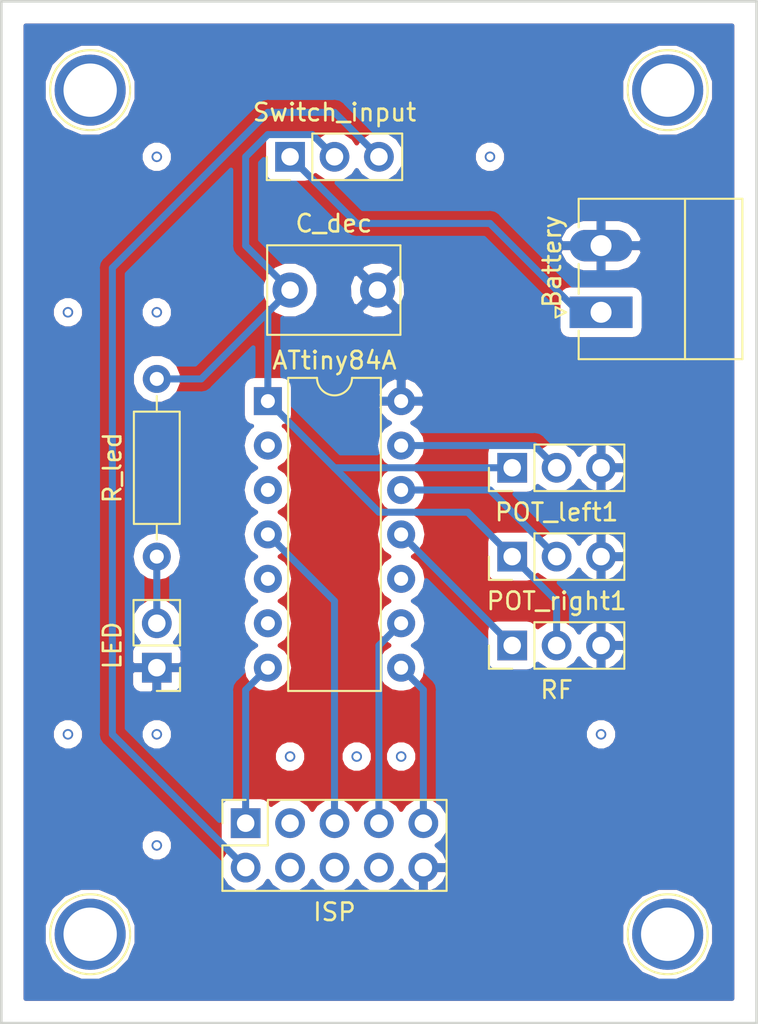
<source format=kicad_pcb>
(kicad_pcb (version 20171130) (host pcbnew 5.0.0)

  (general
    (thickness 1.6)
    (drawings 5)
    (tracks 50)
    (zones 0)
    (modules 14)
    (nets 22)
  )

  (page A4)
  (layers
    (0 F.Cu signal)
    (31 B.Cu signal)
    (32 B.Adhes user)
    (33 F.Adhes user)
    (34 B.Paste user)
    (35 F.Paste user)
    (36 B.SilkS user)
    (37 F.SilkS user)
    (38 B.Mask user)
    (39 F.Mask user)
    (40 Dwgs.User user)
    (41 Cmts.User user)
    (42 Eco1.User user)
    (43 Eco2.User user)
    (44 Edge.Cuts user)
    (45 Margin user)
    (46 B.CrtYd user)
    (47 F.CrtYd user)
    (48 B.Fab user)
    (49 F.Fab user)
  )

  (setup
    (last_trace_width 0.4)
    (trace_clearance 0.2)
    (zone_clearance 0.508)
    (zone_45_only no)
    (trace_min 0.2)
    (segment_width 0.2)
    (edge_width 0.15)
    (via_size 0.6)
    (via_drill 0.4)
    (via_min_size 0.4)
    (via_min_drill 0.3)
    (uvia_size 0.3)
    (uvia_drill 0.1)
    (uvias_allowed no)
    (uvia_min_size 0.2)
    (uvia_min_drill 0.1)
    (pcb_text_width 0.3)
    (pcb_text_size 1.5 1.5)
    (mod_edge_width 0.15)
    (mod_text_size 1 1)
    (mod_text_width 0.15)
    (pad_size 1.524 1.524)
    (pad_drill 0.762)
    (pad_to_mask_clearance 0.2)
    (aux_axis_origin 0 0)
    (visible_elements FFFFFF7F)
    (pcbplotparams
      (layerselection 0x00000_ffffffff)
      (usegerberextensions false)
      (usegerberattributes false)
      (usegerberadvancedattributes false)
      (creategerberjobfile false)
      (excludeedgelayer true)
      (linewidth 0.100000)
      (plotframeref false)
      (viasonmask false)
      (mode 1)
      (useauxorigin false)
      (hpglpennumber 1)
      (hpglpenspeed 20)
      (hpglpendiameter 15.000000)
      (psnegative false)
      (psa4output false)
      (plotreference true)
      (plotvalue true)
      (plotinvisibletext false)
      (padsonsilk false)
      (subtractmaskfromsilk false)
      (outputformat 5)
      (mirror false)
      (drillshape 2)
      (scaleselection 1)
      (outputdirectory "export/"))
  )

  (net 0 "")
  (net 1 "Net-(1kR1-Pad1)")
  (net 2 "Net-(1kR1-Pad2)")
  (net 3 GND)
  (net 4 "Net-(J1-Pad1)")
  (net 5 "Net-(J1-Pad2)")
  (net 6 "Net-(J1-Pad3)")
  (net 7 "Net-(J1-Pad4)")
  (net 8 "Net-(J1-Pad5)")
  (net 9 "Net-(J1-Pad6)")
  (net 10 "Net-(J1-Pad7)")
  (net 11 "Net-(J1-Pad8)")
  (net 12 "Net-(J1-Pad9)")
  (net 13 "Net-(Pot_left1-Pad2)")
  (net 14 "Net-(POT_right1-Pad2)")
  (net 15 "Net-(RF1-Pad1)")
  (net 16 "Net-(U0-Pad2)")
  (net 17 "Net-(U0-Pad3)")
  (net 18 "Net-(U0-Pad10)")
  (net 19 "Net-(U0-Pad5)")
  (net 20 "Net-(U0-Pad6)")
  (net 21 "Net-(Battery1-Pad1)")

  (net_class Default "Ceci est la Netclass par défaut"
    (clearance 0.2)
    (trace_width 0.4)
    (via_dia 0.6)
    (via_drill 0.4)
    (uvia_dia 0.3)
    (uvia_drill 0.1)
    (add_net GND)
    (add_net "Net-(1kR1-Pad1)")
    (add_net "Net-(1kR1-Pad2)")
    (add_net "Net-(Battery1-Pad1)")
    (add_net "Net-(J1-Pad1)")
    (add_net "Net-(J1-Pad2)")
    (add_net "Net-(J1-Pad3)")
    (add_net "Net-(J1-Pad4)")
    (add_net "Net-(J1-Pad5)")
    (add_net "Net-(J1-Pad6)")
    (add_net "Net-(J1-Pad7)")
    (add_net "Net-(J1-Pad8)")
    (add_net "Net-(J1-Pad9)")
    (add_net "Net-(POT_right1-Pad2)")
    (add_net "Net-(Pot_left1-Pad2)")
    (add_net "Net-(RF1-Pad1)")
    (add_net "Net-(U0-Pad10)")
    (add_net "Net-(U0-Pad2)")
    (add_net "Net-(U0-Pad3)")
    (add_net "Net-(U0-Pad5)")
    (add_net "Net-(U0-Pad6)")
  )

  (net_class Meca ""
    (clearance 0.2)
    (trace_width 0.4)
    (via_dia 2.2)
    (via_drill 2)
    (uvia_dia 0.3)
    (uvia_drill 0.1)
  )

  (module Pin_Headers:Pin_Header_Straight_2x05_Pitch2.54mm (layer F.Cu) (tedit 5BAE5CF6) (tstamp 5BAE3E03)
    (at 26.67 62.23 90)
    (descr "Through hole straight pin header, 2x05, 2.54mm pitch, double rows")
    (tags "Through hole pin header THT 2x05 2.54mm double row")
    (path /5BA92875)
    (fp_text reference ISP (at -2.54 5.08 180) (layer F.SilkS)
      (effects (font (size 1 1) (thickness 0.15)))
    )
    (fp_text value Conn_02x05_Odd_Even (at -3.81 5.08 180) (layer F.Fab)
      (effects (font (size 1 1) (thickness 0.15)))
    )
    (fp_line (start 2.54 -1.27) (end -1.27 -1.27) (layer F.Fab) (width 0.1))
    (fp_line (start -1.27 -1.27) (end -1.27 11.43) (layer F.Fab) (width 0.1))
    (fp_line (start -1.27 11.43) (end 3.81 11.43) (layer F.Fab) (width 0.1))
    (fp_line (start 3.81 11.43) (end 3.81 0) (layer F.Fab) (width 0.1))
    (fp_line (start 3.81 0) (end 2.54 -1.27) (layer F.Fab) (width 0.1))
    (fp_line (start 3.87 11.49) (end -1.33 11.49) (layer F.SilkS) (width 0.12))
    (fp_line (start 3.87 1.27) (end 3.87 11.49) (layer F.SilkS) (width 0.12))
    (fp_line (start -1.33 -1.33) (end -1.33 11.49) (layer F.SilkS) (width 0.12))
    (fp_line (start 3.87 1.27) (end 1.27 1.27) (layer F.SilkS) (width 0.12))
    (fp_line (start 1.27 1.27) (end 1.27 -1.33) (layer F.SilkS) (width 0.12))
    (fp_line (start 1.27 -1.33) (end -1.33 -1.33) (layer F.SilkS) (width 0.12))
    (fp_line (start 3.87 0) (end 3.87 -1.33) (layer F.SilkS) (width 0.12))
    (fp_line (start 3.87 -1.33) (end 2.54 -1.33) (layer F.SilkS) (width 0.12))
    (fp_line (start 4.34 -1.8) (end 4.34 11.95) (layer F.CrtYd) (width 0.05))
    (fp_line (start 4.34 11.95) (end -1.81 11.95) (layer F.CrtYd) (width 0.05))
    (fp_line (start -1.81 11.95) (end -1.81 -1.8) (layer F.CrtYd) (width 0.05))
    (fp_line (start -1.81 -1.8) (end 4.34 -1.8) (layer F.CrtYd) (width 0.05))
    (pad 1 thru_hole rect (at 2.54 0 90) (size 1.7 1.7) (drill 1) (layers *.Cu *.Mask)
      (net 4 "Net-(J1-Pad1)"))
    (pad 2 thru_hole oval (at 0 0 90) (size 1.7 1.7) (drill 1) (layers *.Cu *.Mask)
      (net 5 "Net-(J1-Pad2)"))
    (pad 3 thru_hole oval (at 2.54 2.54 90) (size 1.7 1.7) (drill 1) (layers *.Cu *.Mask)
      (net 6 "Net-(J1-Pad3)"))
    (pad 4 thru_hole oval (at 0 2.54 90) (size 1.7 1.7) (drill 1) (layers *.Cu *.Mask)
      (net 7 "Net-(J1-Pad4)"))
    (pad 5 thru_hole oval (at 2.54 5.08 90) (size 1.7 1.7) (drill 1) (layers *.Cu *.Mask)
      (net 8 "Net-(J1-Pad5)"))
    (pad 6 thru_hole oval (at 0 5.08 90) (size 1.7 1.7) (drill 1) (layers *.Cu *.Mask)
      (net 9 "Net-(J1-Pad6)"))
    (pad 7 thru_hole oval (at 2.54 7.62 90) (size 1.7 1.7) (drill 1) (layers *.Cu *.Mask)
      (net 10 "Net-(J1-Pad7)"))
    (pad 8 thru_hole oval (at 0 7.62 90) (size 1.7 1.7) (drill 1) (layers *.Cu *.Mask)
      (net 11 "Net-(J1-Pad8)"))
    (pad 9 thru_hole oval (at 2.54 10.16 90) (size 1.7 1.7) (drill 1) (layers *.Cu *.Mask)
      (net 12 "Net-(J1-Pad9)"))
    (pad 10 thru_hole oval (at 0 10.16 90) (size 1.7 1.7) (drill 1) (layers *.Cu *.Mask)
      (net 3 GND))
    (model ${KISYS3DMOD}/Pin_Headers.3dshapes/Pin_Header_Straight_2x05_Pitch2.54mm.wrl
      (at (xyz 0 0 0))
      (scale (xyz 1 1 1))
      (rotate (xyz 0 0 0))
    )
  )

  (module Resistors_THT:R_Axial_DIN0207_L6.3mm_D2.5mm_P10.16mm_Horizontal (layer F.Cu) (tedit 5BAE567D) (tstamp 5BAE3DEF)
    (at 21.59 34.29 270)
    (descr "Resistor, Axial_DIN0207 series, Axial, Horizontal, pin pitch=10.16mm, 0.25W = 1/4W, length*diameter=6.3*2.5mm^2, http://cdn-reichelt.de/documents/datenblatt/B400/1_4W%23YAG.pdf")
    (tags "Resistor Axial_DIN0207 series Axial Horizontal pin pitch 10.16mm 0.25W = 1/4W length 6.3mm diameter 2.5mm")
    (path /5BAE3F16)
    (fp_text reference R_led (at 5.08 2.54 270) (layer F.SilkS)
      (effects (font (size 1 1) (thickness 0.15)))
    )
    (fp_text value R_led (at 5.08 -2.54 270) (layer F.Fab)
      (effects (font (size 1 1) (thickness 0.15)))
    )
    (fp_line (start 1.93 -1.25) (end 1.93 1.25) (layer F.Fab) (width 0.1))
    (fp_line (start 1.93 1.25) (end 8.23 1.25) (layer F.Fab) (width 0.1))
    (fp_line (start 8.23 1.25) (end 8.23 -1.25) (layer F.Fab) (width 0.1))
    (fp_line (start 8.23 -1.25) (end 1.93 -1.25) (layer F.Fab) (width 0.1))
    (fp_line (start 0 0) (end 1.93 0) (layer F.Fab) (width 0.1))
    (fp_line (start 10.16 0) (end 8.23 0) (layer F.Fab) (width 0.1))
    (fp_line (start 1.87 -1.31) (end 1.87 1.31) (layer F.SilkS) (width 0.12))
    (fp_line (start 1.87 1.31) (end 8.29 1.31) (layer F.SilkS) (width 0.12))
    (fp_line (start 8.29 1.31) (end 8.29 -1.31) (layer F.SilkS) (width 0.12))
    (fp_line (start 8.29 -1.31) (end 1.87 -1.31) (layer F.SilkS) (width 0.12))
    (fp_line (start 0.98 0) (end 1.87 0) (layer F.SilkS) (width 0.12))
    (fp_line (start 9.18 0) (end 8.29 0) (layer F.SilkS) (width 0.12))
    (fp_line (start -1.05 -1.6) (end -1.05 1.6) (layer F.CrtYd) (width 0.05))
    (fp_line (start -1.05 1.6) (end 11.25 1.6) (layer F.CrtYd) (width 0.05))
    (fp_line (start 11.25 1.6) (end 11.25 -1.6) (layer F.CrtYd) (width 0.05))
    (fp_line (start 11.25 -1.6) (end -1.05 -1.6) (layer F.CrtYd) (width 0.05))
    (pad 1 thru_hole circle (at 0 0 270) (size 1.6 1.6) (drill 0.8) (layers *.Cu *.Mask)
      (net 1 "Net-(1kR1-Pad1)"))
    (pad 2 thru_hole oval (at 10.16 0 270) (size 1.6 1.6) (drill 0.8) (layers *.Cu *.Mask)
      (net 2 "Net-(1kR1-Pad2)"))
    (model ${KISYS3DMOD}/Resistors_THT.3dshapes/R_Axial_DIN0207_L6.3mm_D2.5mm_P10.16mm_Horizontal.wrl
      (at (xyz 0 0 0))
      (scale (xyz 0.393701 0.393701 0.393701))
      (rotate (xyz 0 0 0))
    )
  )

  (module Capacitors_THT:C_Disc_D7.5mm_W5.0mm_P5.00mm (layer F.Cu) (tedit 5BAE56A3) (tstamp 5BAE3DF5)
    (at 29.21 29.21)
    (descr "C, Disc series, Radial, pin pitch=5.00mm, , diameter*width=7.5*5.0mm^2, Capacitor, http://www.vishay.com/docs/28535/vy2series.pdf")
    (tags "C Disc series Radial pin pitch 5.00mm  diameter 7.5mm width 5.0mm Capacitor")
    (path /5BA8D162)
    (fp_text reference C_dec (at 2.5 -3.81) (layer F.SilkS)
      (effects (font (size 1 1) (thickness 0.15)))
    )
    (fp_text value "10 nF" (at 2.5 3.81) (layer F.Fab)
      (effects (font (size 1 1) (thickness 0.15)))
    )
    (fp_line (start -1.25 -2.5) (end -1.25 2.5) (layer F.Fab) (width 0.1))
    (fp_line (start -1.25 2.5) (end 6.25 2.5) (layer F.Fab) (width 0.1))
    (fp_line (start 6.25 2.5) (end 6.25 -2.5) (layer F.Fab) (width 0.1))
    (fp_line (start 6.25 -2.5) (end -1.25 -2.5) (layer F.Fab) (width 0.1))
    (fp_line (start -1.31 -2.56) (end 6.31 -2.56) (layer F.SilkS) (width 0.12))
    (fp_line (start -1.31 2.56) (end 6.31 2.56) (layer F.SilkS) (width 0.12))
    (fp_line (start -1.31 -2.56) (end -1.31 2.56) (layer F.SilkS) (width 0.12))
    (fp_line (start 6.31 -2.56) (end 6.31 2.56) (layer F.SilkS) (width 0.12))
    (fp_line (start -1.6 -2.85) (end -1.6 2.85) (layer F.CrtYd) (width 0.05))
    (fp_line (start -1.6 2.85) (end 6.6 2.85) (layer F.CrtYd) (width 0.05))
    (fp_line (start 6.6 2.85) (end 6.6 -2.85) (layer F.CrtYd) (width 0.05))
    (fp_line (start 6.6 -2.85) (end -1.6 -2.85) (layer F.CrtYd) (width 0.05))
    (fp_text user %R (at 2.5 0) (layer F.Fab)
      (effects (font (size 1 1) (thickness 0.15)))
    )
    (pad 1 thru_hole circle (at 0 0) (size 2 2) (drill 1) (layers *.Cu *.Mask)
      (net 1 "Net-(1kR1-Pad1)"))
    (pad 2 thru_hole circle (at 5 0) (size 2 2) (drill 1) (layers *.Cu *.Mask)
      (net 3 GND))
    (model ${KISYS3DMOD}/Capacitors_THT.3dshapes/C_Disc_D7.5mm_W5.0mm_P5.00mm.wrl
      (at (xyz 0 0 0))
      (scale (xyz 1 1 1))
      (rotate (xyz 0 0 0))
    )
  )

  (module Pin_Headers:Pin_Header_Straight_1x02_Pitch2.54mm (layer F.Cu) (tedit 5BAE5019) (tstamp 5BAE3E09)
    (at 21.59 50.8 180)
    (descr "Through hole straight pin header, 1x02, 2.54mm pitch, single row")
    (tags "Through hole pin header THT 1x02 2.54mm single row")
    (path /5BAA25F8)
    (fp_text reference LED (at 2.54 1.27 270) (layer F.SilkS)
      (effects (font (size 1 1) (thickness 0.15)))
    )
    (fp_text value Conn_01x02_Female (at 0 4.87 180) (layer F.Fab)
      (effects (font (size 1 1) (thickness 0.15)))
    )
    (fp_line (start -0.635 -1.27) (end 1.27 -1.27) (layer F.Fab) (width 0.1))
    (fp_line (start 1.27 -1.27) (end 1.27 3.81) (layer F.Fab) (width 0.1))
    (fp_line (start 1.27 3.81) (end -1.27 3.81) (layer F.Fab) (width 0.1))
    (fp_line (start -1.27 3.81) (end -1.27 -0.635) (layer F.Fab) (width 0.1))
    (fp_line (start -1.27 -0.635) (end -0.635 -1.27) (layer F.Fab) (width 0.1))
    (fp_line (start -1.33 3.87) (end 1.33 3.87) (layer F.SilkS) (width 0.12))
    (fp_line (start -1.33 1.27) (end -1.33 3.87) (layer F.SilkS) (width 0.12))
    (fp_line (start 1.33 1.27) (end 1.33 3.87) (layer F.SilkS) (width 0.12))
    (fp_line (start -1.33 1.27) (end 1.33 1.27) (layer F.SilkS) (width 0.12))
    (fp_line (start -1.33 0) (end -1.33 -1.33) (layer F.SilkS) (width 0.12))
    (fp_line (start -1.33 -1.33) (end 0 -1.33) (layer F.SilkS) (width 0.12))
    (fp_line (start -1.8 -1.8) (end -1.8 4.35) (layer F.CrtYd) (width 0.05))
    (fp_line (start -1.8 4.35) (end 1.8 4.35) (layer F.CrtYd) (width 0.05))
    (fp_line (start 1.8 4.35) (end 1.8 -1.8) (layer F.CrtYd) (width 0.05))
    (fp_line (start 1.8 -1.8) (end -1.8 -1.8) (layer F.CrtYd) (width 0.05))
    (fp_text user %R (at 0 1.27 270) (layer F.Fab)
      (effects (font (size 1 1) (thickness 0.15)))
    )
    (pad 1 thru_hole rect (at 0 0 180) (size 1.7 1.7) (drill 1) (layers *.Cu *.Mask)
      (net 3 GND))
    (pad 2 thru_hole oval (at 0 2.54 180) (size 1.7 1.7) (drill 1) (layers *.Cu *.Mask)
      (net 2 "Net-(1kR1-Pad2)"))
    (model ${KISYS3DMOD}/Pin_Headers.3dshapes/Pin_Header_Straight_1x02_Pitch2.54mm.wrl
      (at (xyz 0 0 0))
      (scale (xyz 1 1 1))
      (rotate (xyz 0 0 0))
    )
  )

  (module Pin_Headers:Pin_Header_Straight_1x03_Pitch2.54mm (layer F.Cu) (tedit 5BAE4FFA) (tstamp 5BAE3E10)
    (at 41.91 39.37 90)
    (descr "Through hole straight pin header, 1x03, 2.54mm pitch, single row")
    (tags "Through hole pin header THT 1x03 2.54mm single row")
    (path /5BA8D662)
    (fp_text reference POT_left1 (at -2.54 2.54 180) (layer F.SilkS)
      (effects (font (size 1 1) (thickness 0.15)))
    )
    (fp_text value "10 kR" (at 0 7.41 90) (layer F.Fab)
      (effects (font (size 1 1) (thickness 0.15)))
    )
    (fp_line (start -0.635 -1.27) (end 1.27 -1.27) (layer F.Fab) (width 0.1))
    (fp_line (start 1.27 -1.27) (end 1.27 6.35) (layer F.Fab) (width 0.1))
    (fp_line (start 1.27 6.35) (end -1.27 6.35) (layer F.Fab) (width 0.1))
    (fp_line (start -1.27 6.35) (end -1.27 -0.635) (layer F.Fab) (width 0.1))
    (fp_line (start -1.27 -0.635) (end -0.635 -1.27) (layer F.Fab) (width 0.1))
    (fp_line (start -1.33 6.41) (end 1.33 6.41) (layer F.SilkS) (width 0.12))
    (fp_line (start -1.33 1.27) (end -1.33 6.41) (layer F.SilkS) (width 0.12))
    (fp_line (start 1.33 1.27) (end 1.33 6.41) (layer F.SilkS) (width 0.12))
    (fp_line (start -1.33 1.27) (end 1.33 1.27) (layer F.SilkS) (width 0.12))
    (fp_line (start -1.33 0) (end -1.33 -1.33) (layer F.SilkS) (width 0.12))
    (fp_line (start -1.33 -1.33) (end 0 -1.33) (layer F.SilkS) (width 0.12))
    (fp_line (start -1.8 -1.8) (end -1.8 6.85) (layer F.CrtYd) (width 0.05))
    (fp_line (start -1.8 6.85) (end 1.8 6.85) (layer F.CrtYd) (width 0.05))
    (fp_line (start 1.8 6.85) (end 1.8 -1.8) (layer F.CrtYd) (width 0.05))
    (fp_line (start 1.8 -1.8) (end -1.8 -1.8) (layer F.CrtYd) (width 0.05))
    (fp_text user %R (at 0 2.54 180) (layer F.Fab)
      (effects (font (size 1 1) (thickness 0.15)))
    )
    (pad 1 thru_hole rect (at 0 0 90) (size 1.7 1.7) (drill 1) (layers *.Cu *.Mask)
      (net 1 "Net-(1kR1-Pad1)"))
    (pad 2 thru_hole oval (at 0 2.54 90) (size 1.7 1.7) (drill 1) (layers *.Cu *.Mask)
      (net 13 "Net-(Pot_left1-Pad2)"))
    (pad 3 thru_hole oval (at 0 5.08 90) (size 1.7 1.7) (drill 1) (layers *.Cu *.Mask)
      (net 3 GND))
    (model ${KISYS3DMOD}/Pin_Headers.3dshapes/Pin_Header_Straight_1x03_Pitch2.54mm.wrl
      (at (xyz 0 0 0))
      (scale (xyz 1 1 1))
      (rotate (xyz 0 0 0))
    )
  )

  (module Pin_Headers:Pin_Header_Straight_1x03_Pitch2.54mm (layer F.Cu) (tedit 5BAE4FEA) (tstamp 5BAE3E17)
    (at 41.91 44.45 90)
    (descr "Through hole straight pin header, 1x03, 2.54mm pitch, single row")
    (tags "Through hole pin header THT 1x03 2.54mm single row")
    (path /5BA8D55A)
    (fp_text reference POT_right1 (at -2.54 2.54 180) (layer F.SilkS)
      (effects (font (size 1 1) (thickness 0.15)))
    )
    (fp_text value "10 kR" (at 0 7.41 90) (layer F.Fab)
      (effects (font (size 1 1) (thickness 0.15)))
    )
    (fp_line (start -0.635 -1.27) (end 1.27 -1.27) (layer F.Fab) (width 0.1))
    (fp_line (start 1.27 -1.27) (end 1.27 6.35) (layer F.Fab) (width 0.1))
    (fp_line (start 1.27 6.35) (end -1.27 6.35) (layer F.Fab) (width 0.1))
    (fp_line (start -1.27 6.35) (end -1.27 -0.635) (layer F.Fab) (width 0.1))
    (fp_line (start -1.27 -0.635) (end -0.635 -1.27) (layer F.Fab) (width 0.1))
    (fp_line (start -1.33 6.41) (end 1.33 6.41) (layer F.SilkS) (width 0.12))
    (fp_line (start -1.33 1.27) (end -1.33 6.41) (layer F.SilkS) (width 0.12))
    (fp_line (start 1.33 1.27) (end 1.33 6.41) (layer F.SilkS) (width 0.12))
    (fp_line (start -1.33 1.27) (end 1.33 1.27) (layer F.SilkS) (width 0.12))
    (fp_line (start -1.33 0) (end -1.33 -1.33) (layer F.SilkS) (width 0.12))
    (fp_line (start -1.33 -1.33) (end 0 -1.33) (layer F.SilkS) (width 0.12))
    (fp_line (start -1.8 -1.8) (end -1.8 6.85) (layer F.CrtYd) (width 0.05))
    (fp_line (start -1.8 6.85) (end 1.8 6.85) (layer F.CrtYd) (width 0.05))
    (fp_line (start 1.8 6.85) (end 1.8 -1.8) (layer F.CrtYd) (width 0.05))
    (fp_line (start 1.8 -1.8) (end -1.8 -1.8) (layer F.CrtYd) (width 0.05))
    (fp_text user %R (at 0 2.54 180) (layer F.Fab)
      (effects (font (size 1 1) (thickness 0.15)))
    )
    (pad 1 thru_hole rect (at 0 0 90) (size 1.7 1.7) (drill 1) (layers *.Cu *.Mask)
      (net 1 "Net-(1kR1-Pad1)"))
    (pad 2 thru_hole oval (at 0 2.54 90) (size 1.7 1.7) (drill 1) (layers *.Cu *.Mask)
      (net 14 "Net-(POT_right1-Pad2)"))
    (pad 3 thru_hole oval (at 0 5.08 90) (size 1.7 1.7) (drill 1) (layers *.Cu *.Mask)
      (net 3 GND))
    (model ${KISYS3DMOD}/Pin_Headers.3dshapes/Pin_Header_Straight_1x03_Pitch2.54mm.wrl
      (at (xyz 0 0 0))
      (scale (xyz 1 1 1))
      (rotate (xyz 0 0 0))
    )
  )

  (module Pin_Headers:Pin_Header_Straight_1x03_Pitch2.54mm (layer F.Cu) (tedit 5BAE4FDC) (tstamp 5BAE3E1E)
    (at 41.91 49.53 90)
    (descr "Through hole straight pin header, 1x03, 2.54mm pitch, single row")
    (tags "Through hole pin header THT 1x03 2.54mm single row")
    (path /5BAA1789)
    (fp_text reference RF (at -2.54 2.54 180) (layer F.SilkS)
      (effects (font (size 1 1) (thickness 0.15)))
    )
    (fp_text value Conn_01x03_Female (at 0 7.41 90) (layer F.Fab)
      (effects (font (size 1 1) (thickness 0.15)))
    )
    (fp_line (start -0.635 -1.27) (end 1.27 -1.27) (layer F.Fab) (width 0.1))
    (fp_line (start 1.27 -1.27) (end 1.27 6.35) (layer F.Fab) (width 0.1))
    (fp_line (start 1.27 6.35) (end -1.27 6.35) (layer F.Fab) (width 0.1))
    (fp_line (start -1.27 6.35) (end -1.27 -0.635) (layer F.Fab) (width 0.1))
    (fp_line (start -1.27 -0.635) (end -0.635 -1.27) (layer F.Fab) (width 0.1))
    (fp_line (start -1.33 6.41) (end 1.33 6.41) (layer F.SilkS) (width 0.12))
    (fp_line (start -1.33 1.27) (end -1.33 6.41) (layer F.SilkS) (width 0.12))
    (fp_line (start 1.33 1.27) (end 1.33 6.41) (layer F.SilkS) (width 0.12))
    (fp_line (start -1.33 1.27) (end 1.33 1.27) (layer F.SilkS) (width 0.12))
    (fp_line (start -1.33 0) (end -1.33 -1.33) (layer F.SilkS) (width 0.12))
    (fp_line (start -1.33 -1.33) (end 0 -1.33) (layer F.SilkS) (width 0.12))
    (fp_line (start -1.8 -1.8) (end -1.8 6.85) (layer F.CrtYd) (width 0.05))
    (fp_line (start -1.8 6.85) (end 1.8 6.85) (layer F.CrtYd) (width 0.05))
    (fp_line (start 1.8 6.85) (end 1.8 -1.8) (layer F.CrtYd) (width 0.05))
    (fp_line (start 1.8 -1.8) (end -1.8 -1.8) (layer F.CrtYd) (width 0.05))
    (fp_text user %R (at 0 2.54 180) (layer F.Fab)
      (effects (font (size 1 1) (thickness 0.15)))
    )
    (pad 1 thru_hole rect (at 0 0 90) (size 1.7 1.7) (drill 1) (layers *.Cu *.Mask)
      (net 15 "Net-(RF1-Pad1)"))
    (pad 2 thru_hole oval (at 0 2.54 90) (size 1.7 1.7) (drill 1) (layers *.Cu *.Mask)
      (net 1 "Net-(1kR1-Pad1)"))
    (pad 3 thru_hole oval (at 0 5.08 90) (size 1.7 1.7) (drill 1) (layers *.Cu *.Mask)
      (net 3 GND))
    (model ${KISYS3DMOD}/Pin_Headers.3dshapes/Pin_Header_Straight_1x03_Pitch2.54mm.wrl
      (at (xyz 0 0 0))
      (scale (xyz 1 1 1))
      (rotate (xyz 0 0 0))
    )
  )

  (module Pin_Headers:Pin_Header_Straight_1x03_Pitch2.54mm (layer F.Cu) (tedit 5BAE5717) (tstamp 5BAE3E25)
    (at 29.21 21.59 90)
    (descr "Through hole straight pin header, 1x03, 2.54mm pitch, single row")
    (tags "Through hole pin header THT 1x03 2.54mm single row")
    (path /5BA91576)
    (fp_text reference Switch_input (at 2.54 2.54 180) (layer F.SilkS)
      (effects (font (size 1 1) (thickness 0.15)))
    )
    (fp_text value Conn_01x03_Female (at 0 7.41 90) (layer F.Fab)
      (effects (font (size 1 1) (thickness 0.15)))
    )
    (fp_line (start -0.635 -1.27) (end 1.27 -1.27) (layer F.Fab) (width 0.1))
    (fp_line (start 1.27 -1.27) (end 1.27 6.35) (layer F.Fab) (width 0.1))
    (fp_line (start 1.27 6.35) (end -1.27 6.35) (layer F.Fab) (width 0.1))
    (fp_line (start -1.27 6.35) (end -1.27 -0.635) (layer F.Fab) (width 0.1))
    (fp_line (start -1.27 -0.635) (end -0.635 -1.27) (layer F.Fab) (width 0.1))
    (fp_line (start -1.33 6.41) (end 1.33 6.41) (layer F.SilkS) (width 0.12))
    (fp_line (start -1.33 1.27) (end -1.33 6.41) (layer F.SilkS) (width 0.12))
    (fp_line (start 1.33 1.27) (end 1.33 6.41) (layer F.SilkS) (width 0.12))
    (fp_line (start -1.33 1.27) (end 1.33 1.27) (layer F.SilkS) (width 0.12))
    (fp_line (start -1.33 0) (end -1.33 -1.33) (layer F.SilkS) (width 0.12))
    (fp_line (start -1.33 -1.33) (end 0 -1.33) (layer F.SilkS) (width 0.12))
    (fp_line (start -1.8 -1.8) (end -1.8 6.85) (layer F.CrtYd) (width 0.05))
    (fp_line (start -1.8 6.85) (end 1.8 6.85) (layer F.CrtYd) (width 0.05))
    (fp_line (start 1.8 6.85) (end 1.8 -1.8) (layer F.CrtYd) (width 0.05))
    (fp_line (start 1.8 -1.8) (end -1.8 -1.8) (layer F.CrtYd) (width 0.05))
    (fp_text user %R (at 0 2.54 180) (layer F.Fab)
      (effects (font (size 1 1) (thickness 0.15)))
    )
    (pad 1 thru_hole rect (at 0 0 90) (size 1.7 1.7) (drill 1) (layers *.Cu *.Mask)
      (net 21 "Net-(Battery1-Pad1)"))
    (pad 2 thru_hole oval (at 0 2.54 90) (size 1.7 1.7) (drill 1) (layers *.Cu *.Mask)
      (net 1 "Net-(1kR1-Pad1)"))
    (pad 3 thru_hole oval (at 0 5.08 90) (size 1.7 1.7) (drill 1) (layers *.Cu *.Mask)
      (net 5 "Net-(J1-Pad2)"))
    (model ${KISYS3DMOD}/Pin_Headers.3dshapes/Pin_Header_Straight_1x03_Pitch2.54mm.wrl
      (at (xyz 0 0 0))
      (scale (xyz 1 1 1))
      (rotate (xyz 0 0 0))
    )
  )

  (module Housings_DIP:DIP-14_W7.62mm (layer F.Cu) (tedit 5BAE5699) (tstamp 5BAE3E37)
    (at 27.94 35.56)
    (descr "14-lead though-hole mounted DIP package, row spacing 7.62 mm (300 mils)")
    (tags "THT DIP DIL PDIP 2.54mm 7.62mm 300mil")
    (path /5BA8D085)
    (fp_text reference ATtiny84A (at 3.81 -2.33) (layer F.SilkS)
      (effects (font (size 1 1) (thickness 0.15)))
    )
    (fp_text value ATtiny84A-PU (at 3.81 17.57) (layer F.Fab)
      (effects (font (size 1 1) (thickness 0.15)))
    )
    (fp_arc (start 3.81 -1.33) (end 2.81 -1.33) (angle -180) (layer F.SilkS) (width 0.12))
    (fp_line (start 1.635 -1.27) (end 6.985 -1.27) (layer F.Fab) (width 0.1))
    (fp_line (start 6.985 -1.27) (end 6.985 16.51) (layer F.Fab) (width 0.1))
    (fp_line (start 6.985 16.51) (end 0.635 16.51) (layer F.Fab) (width 0.1))
    (fp_line (start 0.635 16.51) (end 0.635 -0.27) (layer F.Fab) (width 0.1))
    (fp_line (start 0.635 -0.27) (end 1.635 -1.27) (layer F.Fab) (width 0.1))
    (fp_line (start 2.81 -1.33) (end 1.16 -1.33) (layer F.SilkS) (width 0.12))
    (fp_line (start 1.16 -1.33) (end 1.16 16.57) (layer F.SilkS) (width 0.12))
    (fp_line (start 1.16 16.57) (end 6.46 16.57) (layer F.SilkS) (width 0.12))
    (fp_line (start 6.46 16.57) (end 6.46 -1.33) (layer F.SilkS) (width 0.12))
    (fp_line (start 6.46 -1.33) (end 4.81 -1.33) (layer F.SilkS) (width 0.12))
    (fp_line (start -1.1 -1.55) (end -1.1 16.8) (layer F.CrtYd) (width 0.05))
    (fp_line (start -1.1 16.8) (end 8.7 16.8) (layer F.CrtYd) (width 0.05))
    (fp_line (start 8.7 16.8) (end 8.7 -1.55) (layer F.CrtYd) (width 0.05))
    (fp_line (start 8.7 -1.55) (end -1.1 -1.55) (layer F.CrtYd) (width 0.05))
    (fp_text user %R (at 3.81 7.62) (layer F.Fab)
      (effects (font (size 1 1) (thickness 0.15)))
    )
    (pad 1 thru_hole rect (at 0 0) (size 1.6 1.6) (drill 0.8) (layers *.Cu *.Mask)
      (net 1 "Net-(1kR1-Pad1)"))
    (pad 8 thru_hole oval (at 7.62 15.24) (size 1.6 1.6) (drill 0.8) (layers *.Cu *.Mask)
      (net 12 "Net-(J1-Pad9)"))
    (pad 2 thru_hole oval (at 0 2.54) (size 1.6 1.6) (drill 0.8) (layers *.Cu *.Mask)
      (net 16 "Net-(U0-Pad2)"))
    (pad 9 thru_hole oval (at 7.62 12.7) (size 1.6 1.6) (drill 0.8) (layers *.Cu *.Mask)
      (net 10 "Net-(J1-Pad7)"))
    (pad 3 thru_hole oval (at 0 5.08) (size 1.6 1.6) (drill 0.8) (layers *.Cu *.Mask)
      (net 17 "Net-(U0-Pad3)"))
    (pad 10 thru_hole oval (at 7.62 10.16) (size 1.6 1.6) (drill 0.8) (layers *.Cu *.Mask)
      (net 18 "Net-(U0-Pad10)"))
    (pad 4 thru_hole oval (at 0 7.62) (size 1.6 1.6) (drill 0.8) (layers *.Cu *.Mask)
      (net 8 "Net-(J1-Pad5)"))
    (pad 11 thru_hole oval (at 7.62 7.62) (size 1.6 1.6) (drill 0.8) (layers *.Cu *.Mask)
      (net 15 "Net-(RF1-Pad1)"))
    (pad 5 thru_hole oval (at 0 10.16) (size 1.6 1.6) (drill 0.8) (layers *.Cu *.Mask)
      (net 19 "Net-(U0-Pad5)"))
    (pad 12 thru_hole oval (at 7.62 5.08) (size 1.6 1.6) (drill 0.8) (layers *.Cu *.Mask)
      (net 14 "Net-(POT_right1-Pad2)"))
    (pad 6 thru_hole oval (at 0 12.7) (size 1.6 1.6) (drill 0.8) (layers *.Cu *.Mask)
      (net 20 "Net-(U0-Pad6)"))
    (pad 13 thru_hole oval (at 7.62 2.54) (size 1.6 1.6) (drill 0.8) (layers *.Cu *.Mask)
      (net 13 "Net-(Pot_left1-Pad2)"))
    (pad 7 thru_hole oval (at 0 15.24) (size 1.6 1.6) (drill 0.8) (layers *.Cu *.Mask)
      (net 4 "Net-(J1-Pad1)"))
    (pad 14 thru_hole oval (at 7.62 0) (size 1.6 1.6) (drill 0.8) (layers *.Cu *.Mask)
      (net 3 GND))
    (model ${KISYS3DMOD}/Housings_DIP.3dshapes/DIP-14_W7.62mm.wrl
      (at (xyz 0 0 0))
      (scale (xyz 1 1 1))
      (rotate (xyz 0 0 0))
    )
  )

  (module Connectors_Phoenix:PhoenixContact_MC-G_02x3.81mm_Angled (layer F.Cu) (tedit 5BAE571F) (tstamp 5BAE45C7)
    (at 46.99 30.48 90)
    (descr "Generic Phoenix Contact connector footprint for series: MC-G; number of pins: 02; pin pitch: 3.81mm; Angled || order number: 1803277 8A 160V")
    (tags "phoenix_contact connector MC_01x02_G_3.81mm")
    (path /5BAE4376)
    (fp_text reference Battery (at 2.905 -2.8 90) (layer F.SilkS)
      (effects (font (size 1 1) (thickness 0.15)))
    )
    (fp_text value Conn_01x02_Male (at 1.905 9 90) (layer F.Fab)
      (effects (font (size 1 1) (thickness 0.15)))
    )
    (fp_line (start -2.68 -1.28) (end -2.68 8.08) (layer F.SilkS) (width 0.12))
    (fp_line (start -2.68 8.08) (end 6.49 8.08) (layer F.SilkS) (width 0.12))
    (fp_line (start 6.49 8.08) (end 6.49 -1.28) (layer F.SilkS) (width 0.12))
    (fp_line (start -2.68 -1.28) (end -1.05 -1.28) (layer F.SilkS) (width 0.12))
    (fp_line (start 6.49 -1.28) (end 4.86 -1.28) (layer F.SilkS) (width 0.12))
    (fp_line (start 1.05 -1.28) (end 2.76 -1.28) (layer F.SilkS) (width 0.12))
    (fp_line (start -2.6 -1.2) (end -2.6 8) (layer F.Fab) (width 0.1))
    (fp_line (start -2.6 8) (end 6.41 8) (layer F.Fab) (width 0.1))
    (fp_line (start 6.41 8) (end 6.41 -1.2) (layer F.Fab) (width 0.1))
    (fp_line (start 6.41 -1.2) (end -2.6 -1.2) (layer F.Fab) (width 0.1))
    (fp_line (start -2.68 4.8) (end 6.49 4.8) (layer F.SilkS) (width 0.12))
    (fp_line (start -3.18 -2.3) (end -3.18 8.5) (layer F.CrtYd) (width 0.05))
    (fp_line (start -3.18 8.5) (end 6.91 8.5) (layer F.CrtYd) (width 0.05))
    (fp_line (start 6.91 8.5) (end 6.91 -2.3) (layer F.CrtYd) (width 0.05))
    (fp_line (start 6.91 -2.3) (end -3.18 -2.3) (layer F.CrtYd) (width 0.05))
    (fp_line (start 0.3 -2.6) (end 0 -2) (layer F.SilkS) (width 0.12))
    (fp_line (start 0 -2) (end -0.3 -2.6) (layer F.SilkS) (width 0.12))
    (fp_line (start -0.3 -2.6) (end 0.3 -2.6) (layer F.SilkS) (width 0.12))
    (fp_line (start 0.8 -1.2) (end 0 0) (layer F.Fab) (width 0.1))
    (fp_line (start 0 0) (end -0.8 -1.2) (layer F.Fab) (width 0.1))
    (fp_text user %R (at 1.905 3 270) (layer F.Fab)
      (effects (font (size 1 1) (thickness 0.15)))
    )
    (pad 1 thru_hole rect (at 0 0 90) (size 1.8 3.6) (drill 1.2) (layers *.Cu *.Mask)
      (net 21 "Net-(Battery1-Pad1)"))
    (pad 2 thru_hole oval (at 3.81 0 90) (size 1.8 3.6) (drill 1.2) (layers *.Cu *.Mask)
      (net 3 GND))
    (model ${KISYS3DMOD}/Connectors_Phoenix.3dshapes/PhoenixContact_MC-G_02x3.81mm_Angled.wrl
      (at (xyz 0 0 0))
      (scale (xyz 1 1 1))
      (rotate (xyz 0 0 0))
    )
  )

  (module Connectors:1pin (layer F.Cu) (tedit 5BAE5C67) (tstamp 5BAE5C01)
    (at 17.78 66.04)
    (descr "module 1 pin (ou trou mecanique de percage)")
    (tags DEV)
    (fp_text reference "" (at 0 -3.048) (layer F.SilkS)
      (effects (font (size 1 1) (thickness 0.15)))
    )
    (fp_text value 1pin (at 0 3) (layer F.Fab)
      (effects (font (size 1 1) (thickness 0.15)))
    )
    (fp_circle (center 0 0) (end 2 0.8) (layer F.Fab) (width 0.1))
    (fp_circle (center 0 0) (end 2.6 0) (layer F.CrtYd) (width 0.05))
    (fp_circle (center 0 0) (end 0 -2.286) (layer F.SilkS) (width 0.12))
    (pad 1 thru_hole circle (at 0 0) (size 4.064 4.064) (drill 3.048) (layers *.Cu *.Mask))
  )

  (module Connectors:1pin (layer F.Cu) (tedit 5BAE5C6A) (tstamp 5BAE5C1C)
    (at 50.8 66.04)
    (descr "module 1 pin (ou trou mecanique de percage)")
    (tags DEV)
    (fp_text reference "" (at 0 -3.048) (layer F.SilkS)
      (effects (font (size 1 1) (thickness 0.15)))
    )
    (fp_text value 1pin (at 0 3) (layer F.Fab)
      (effects (font (size 1 1) (thickness 0.15)))
    )
    (fp_circle (center 0 0) (end 2 0.8) (layer F.Fab) (width 0.1))
    (fp_circle (center 0 0) (end 2.6 0) (layer F.CrtYd) (width 0.05))
    (fp_circle (center 0 0) (end 0 -2.286) (layer F.SilkS) (width 0.12))
    (pad 1 thru_hole circle (at 0 0) (size 4.064 4.064) (drill 3.048) (layers *.Cu *.Mask))
  )

  (module Connectors:1pin (layer F.Cu) (tedit 5BAE5C6F) (tstamp 5BAE5C28)
    (at 50.8 17.78)
    (descr "module 1 pin (ou trou mecanique de percage)")
    (tags DEV)
    (fp_text reference "" (at 0 -3.048) (layer F.SilkS)
      (effects (font (size 1 1) (thickness 0.15)))
    )
    (fp_text value 1pin (at 0 3) (layer F.Fab)
      (effects (font (size 1 1) (thickness 0.15)))
    )
    (fp_circle (center 0 0) (end 2 0.8) (layer F.Fab) (width 0.1))
    (fp_circle (center 0 0) (end 2.6 0) (layer F.CrtYd) (width 0.05))
    (fp_circle (center 0 0) (end 0 -2.286) (layer F.SilkS) (width 0.12))
    (pad 1 thru_hole circle (at 0 0) (size 4.064 4.064) (drill 3.048) (layers *.Cu *.Mask))
  )

  (module Connectors:1pin (layer F.Cu) (tedit 5BAE5C62) (tstamp 5BAE5C35)
    (at 17.78 17.78)
    (descr "module 1 pin (ou trou mecanique de percage)")
    (tags DEV)
    (fp_text reference "" (at 0 -3.048) (layer F.SilkS)
      (effects (font (size 1 1) (thickness 0.15)))
    )
    (fp_text value 1pin (at 0 3) (layer F.Fab)
      (effects (font (size 1 1) (thickness 0.15)))
    )
    (fp_circle (center 0 0) (end 2 0.8) (layer F.Fab) (width 0.1))
    (fp_circle (center 0 0) (end 2.6 0) (layer F.CrtYd) (width 0.05))
    (fp_circle (center 0 0) (end 0 -2.286) (layer F.SilkS) (width 0.12))
    (pad 1 thru_hole circle (at 0 0) (size 4.064 4.064) (drill 3.048) (layers *.Cu *.Mask))
  )

  (gr_text "Eirbot 2018 - Rocket League" (at 52.07 41.91 90) (layer F.Cu)
    (effects (font (size 1.5 1.5) (thickness 0.3)))
  )
  (gr_line (start 12.7 71.12) (end 12.7 12.7) (angle 90) (layer Edge.Cuts) (width 0.15))
  (gr_line (start 55.88 71.12) (end 12.7 71.12) (angle 90) (layer Edge.Cuts) (width 0.15))
  (gr_line (start 55.88 12.7) (end 55.88 71.12) (angle 90) (layer Edge.Cuts) (width 0.15))
  (gr_line (start 12.7 12.7) (end 55.88 12.7) (angle 90) (layer Edge.Cuts) (width 0.15))

  (via (at 40.64 21.59) (size 0.6) (drill 0.4) (layers F.Cu B.Cu) (net 0))
  (via (at 46.99 54.61) (size 0.6) (drill 0.4) (layers F.Cu B.Cu) (net 0))
  (via (at 35.56 55.88) (size 0.6) (drill 0.4) (layers F.Cu B.Cu) (net 0))
  (via (at 33.02 55.88) (size 0.6) (drill 0.4) (layers F.Cu B.Cu) (net 0))
  (via (at 29.21 55.88) (size 0.6) (drill 0.4) (layers F.Cu B.Cu) (net 0))
  (via (at 21.59 60.96) (size 0.6) (drill 0.4) (layers F.Cu B.Cu) (net 0))
  (via (at 21.59 54.61) (size 0.6) (drill 0.4) (layers F.Cu B.Cu) (net 0))
  (via (at 16.51 54.61) (size 0.6) (drill 0.4) (layers F.Cu B.Cu) (net 0))
  (via (at 16.51 30.48) (size 0.6) (drill 0.4) (layers F.Cu B.Cu) (net 0))
  (via (at 21.59 30.48) (size 0.6) (drill 0.4) (layers F.Cu B.Cu) (net 0))
  (via (at 21.59 21.59) (size 0.6) (drill 0.4) (layers F.Cu B.Cu) (net 0))
  (segment (start 31.75 21.59) (end 30.48 20.32) (width 0.4) (layer B.Cu) (net 1))
  (segment (start 26.67 26.67) (end 29.21 29.21) (width 0.4) (layer B.Cu) (net 1) (tstamp 5BAE4F1D))
  (segment (start 26.67 21.59) (end 26.67 26.67) (width 0.4) (layer B.Cu) (net 1) (tstamp 5BAE4F18))
  (segment (start 27.94 20.32) (end 26.67 21.59) (width 0.4) (layer B.Cu) (net 1) (tstamp 5BAE4F15))
  (segment (start 30.48 20.32) (end 27.94 20.32) (width 0.4) (layer B.Cu) (net 1) (tstamp 5BAE4F13))
  (segment (start 41.91 39.37) (end 31.75 39.37) (width 0.4) (layer B.Cu) (net 1))
  (segment (start 41.91 44.45) (end 39.37 41.91) (width 0.4) (layer B.Cu) (net 1))
  (segment (start 34.29 41.91) (end 31.75 39.37) (width 0.4) (layer B.Cu) (net 1) (tstamp 5BAE4E7E))
  (segment (start 31.75 39.37) (end 27.94 35.56) (width 0.4) (layer B.Cu) (net 1) (tstamp 5BAE4E88))
  (segment (start 39.37 41.91) (end 34.29 41.91) (width 0.4) (layer B.Cu) (net 1) (tstamp 5BAE4E78))
  (segment (start 41.91 44.45) (end 44.45 46.99) (width 0.4) (layer B.Cu) (net 1))
  (segment (start 44.45 46.99) (end 44.45 49.53) (width 0.4) (layer B.Cu) (net 1) (tstamp 5BAE4E47))
  (segment (start 21.59 34.29) (end 24.13 34.29) (width 0.4) (layer B.Cu) (net 1))
  (segment (start 24.13 34.29) (end 29.21 29.21) (width 0.4) (layer B.Cu) (net 1) (tstamp 5BAE4910))
  (segment (start 27.94 35.56) (end 27.94 30.48) (width 0.4) (layer B.Cu) (net 1))
  (segment (start 27.94 30.48) (end 29.21 29.21) (width 0.4) (layer B.Cu) (net 1) (tstamp 5BAE4904))
  (segment (start 21.59 48.26) (end 21.59 44.45) (width 0.4) (layer B.Cu) (net 2))
  (segment (start 26.67 59.69) (end 26.67 52.07) (width 0.4) (layer B.Cu) (net 4) (status 10))
  (segment (start 26.67 52.07) (end 27.94 50.8) (width 0.4) (layer B.Cu) (net 4) (tstamp 5BAE4BF3))
  (segment (start 34.29 21.59) (end 31.75 19.05) (width 0.4) (layer B.Cu) (net 5))
  (segment (start 19.05 54.61) (end 26.67 62.23) (width 0.4) (layer B.Cu) (net 5) (tstamp 5BAE4F3E) (status 20))
  (segment (start 19.05 27.94) (end 19.05 54.61) (width 0.4) (layer B.Cu) (net 5) (tstamp 5BAE4F3A))
  (segment (start 27.94 19.05) (end 19.05 27.94) (width 0.4) (layer B.Cu) (net 5) (tstamp 5BAE4F33))
  (segment (start 31.75 19.05) (end 27.94 19.05) (width 0.4) (layer B.Cu) (net 5) (tstamp 5BAE4F2F))
  (segment (start 31.75 59.69) (end 31.75 46.99) (width 0.4) (layer B.Cu) (net 8) (status 10))
  (segment (start 31.75 46.99) (end 27.94 43.18) (width 0.4) (layer B.Cu) (net 8) (tstamp 5BAE4BEF))
  (segment (start 34.29 59.69) (end 34.29 49.53) (width 0.4) (layer B.Cu) (net 10) (status 10))
  (segment (start 34.29 49.53) (end 35.56 48.26) (width 0.4) (layer B.Cu) (net 10) (tstamp 5BAE4BEC))
  (segment (start 36.83 59.69) (end 36.83 52.07) (width 0.4) (layer B.Cu) (net 12) (status 10))
  (segment (start 36.83 52.07) (end 35.56 50.8) (width 0.4) (layer B.Cu) (net 12) (tstamp 5BAE4BE9))
  (segment (start 44.45 39.37) (end 43.18 38.1) (width 0.4) (layer B.Cu) (net 13))
  (segment (start 43.18 38.1) (end 35.56 38.1) (width 0.4) (layer B.Cu) (net 13) (tstamp 5BAE48CE))
  (segment (start 44.45 44.45) (end 40.64 40.64) (width 0.4) (layer B.Cu) (net 14))
  (segment (start 40.64 40.64) (end 35.56 40.64) (width 0.4) (layer B.Cu) (net 14) (tstamp 5BAE48DE))
  (segment (start 41.91 49.53) (end 35.56 43.18) (width 0.4) (layer B.Cu) (net 15))
  (segment (start 33.02 25.4) (end 29.21 21.59) (width 0.4) (layer B.Cu) (net 21) (tstamp 5BAE5D87))
  (segment (start 40.64 25.4) (end 33.02 25.4) (width 0.4) (layer B.Cu) (net 21) (tstamp 5BAE5D7D))
  (segment (start 45.72 30.48) (end 40.64 25.4) (width 0.4) (layer B.Cu) (net 21) (tstamp 5BAE5D73))
  (segment (start 46.99 30.48) (end 45.72 30.48) (width 0.4) (layer B.Cu) (net 21))

  (zone (net 3) (net_name GND) (layer B.Cu) (tstamp 5BB711CF) (hatch edge 0.508)
    (connect_pads (clearance 0.508))
    (min_thickness 0.254)
    (fill yes (arc_segments 16) (thermal_gap 0.508) (thermal_bridge_width 0.508))
    (polygon
      (pts
        (xy 54.61 69.85) (xy 13.97 69.85) (xy 13.97 13.97) (xy 54.61 13.97)
      )
    )
    (filled_polygon
      (pts
        (xy 54.483 69.723) (xy 14.097 69.723) (xy 14.097 65.509501) (xy 15.113 65.509501) (xy 15.113 66.570499)
        (xy 15.519026 67.550734) (xy 16.269266 68.300974) (xy 17.249501 68.707) (xy 18.310499 68.707) (xy 19.290734 68.300974)
        (xy 20.040974 67.550734) (xy 20.447 66.570499) (xy 20.447 65.509501) (xy 48.133 65.509501) (xy 48.133 66.570499)
        (xy 48.539026 67.550734) (xy 49.289266 68.300974) (xy 50.269501 68.707) (xy 51.330499 68.707) (xy 52.310734 68.300974)
        (xy 53.060974 67.550734) (xy 53.467 66.570499) (xy 53.467 65.509501) (xy 53.060974 64.529266) (xy 52.310734 63.779026)
        (xy 51.330499 63.373) (xy 50.269501 63.373) (xy 49.289266 63.779026) (xy 48.539026 64.529266) (xy 48.133 65.509501)
        (xy 20.447 65.509501) (xy 20.040974 64.529266) (xy 19.290734 63.779026) (xy 18.310499 63.373) (xy 17.249501 63.373)
        (xy 16.269266 63.779026) (xy 15.519026 64.529266) (xy 15.113 65.509501) (xy 14.097 65.509501) (xy 14.097 60.774017)
        (xy 20.655 60.774017) (xy 20.655 61.145983) (xy 20.797345 61.489635) (xy 21.060365 61.752655) (xy 21.404017 61.895)
        (xy 21.775983 61.895) (xy 22.119635 61.752655) (xy 22.382655 61.489635) (xy 22.525 61.145983) (xy 22.525 60.774017)
        (xy 22.382655 60.430365) (xy 22.119635 60.167345) (xy 21.775983 60.025) (xy 21.404017 60.025) (xy 21.060365 60.167345)
        (xy 20.797345 60.430365) (xy 20.655 60.774017) (xy 14.097 60.774017) (xy 14.097 54.424017) (xy 15.575 54.424017)
        (xy 15.575 54.795983) (xy 15.717345 55.139635) (xy 15.980365 55.402655) (xy 16.324017 55.545) (xy 16.695983 55.545)
        (xy 17.039635 55.402655) (xy 17.302655 55.139635) (xy 17.445 54.795983) (xy 17.445 54.424017) (xy 17.302655 54.080365)
        (xy 17.039635 53.817345) (xy 16.695983 53.675) (xy 16.324017 53.675) (xy 15.980365 53.817345) (xy 15.717345 54.080365)
        (xy 15.575 54.424017) (xy 14.097 54.424017) (xy 14.097 30.294017) (xy 15.575 30.294017) (xy 15.575 30.665983)
        (xy 15.717345 31.009635) (xy 15.980365 31.272655) (xy 16.324017 31.415) (xy 16.695983 31.415) (xy 17.039635 31.272655)
        (xy 17.302655 31.009635) (xy 17.445 30.665983) (xy 17.445 30.294017) (xy 17.302655 29.950365) (xy 17.039635 29.687345)
        (xy 16.695983 29.545) (xy 16.324017 29.545) (xy 15.980365 29.687345) (xy 15.717345 29.950365) (xy 15.575 30.294017)
        (xy 14.097 30.294017) (xy 14.097 27.94) (xy 18.198643 27.94) (xy 18.215 28.022233) (xy 18.215001 54.527762)
        (xy 18.198643 54.61) (xy 18.263448 54.9358) (xy 18.364707 55.087345) (xy 18.448 55.212001) (xy 18.517718 55.258585)
        (xy 25.211193 61.952062) (xy 25.155908 62.23) (xy 25.271161 62.809418) (xy 25.599375 63.300625) (xy 26.090582 63.628839)
        (xy 26.523744 63.715) (xy 26.816256 63.715) (xy 27.249418 63.628839) (xy 27.740625 63.300625) (xy 27.94 63.002239)
        (xy 28.139375 63.300625) (xy 28.630582 63.628839) (xy 29.063744 63.715) (xy 29.356256 63.715) (xy 29.789418 63.628839)
        (xy 30.280625 63.300625) (xy 30.48 63.002239) (xy 30.679375 63.300625) (xy 31.170582 63.628839) (xy 31.603744 63.715)
        (xy 31.896256 63.715) (xy 32.329418 63.628839) (xy 32.820625 63.300625) (xy 33.02 63.002239) (xy 33.219375 63.300625)
        (xy 33.710582 63.628839) (xy 34.143744 63.715) (xy 34.436256 63.715) (xy 34.869418 63.628839) (xy 35.360625 63.300625)
        (xy 35.573843 62.981522) (xy 35.634817 63.111358) (xy 36.063076 63.501645) (xy 36.47311 63.671476) (xy 36.703 63.550155)
        (xy 36.703 62.357) (xy 36.957 62.357) (xy 36.957 63.550155) (xy 37.18689 63.671476) (xy 37.596924 63.501645)
        (xy 38.025183 63.111358) (xy 38.271486 62.586892) (xy 38.150819 62.357) (xy 36.957 62.357) (xy 36.703 62.357)
        (xy 36.683 62.357) (xy 36.683 62.103) (xy 36.703 62.103) (xy 36.703 62.083) (xy 36.957 62.083)
        (xy 36.957 62.103) (xy 38.150819 62.103) (xy 38.271486 61.873108) (xy 38.025183 61.348642) (xy 37.600214 60.961353)
        (xy 37.900625 60.760625) (xy 38.228839 60.269418) (xy 38.344092 59.69) (xy 38.228839 59.110582) (xy 37.900625 58.619375)
        (xy 37.665 58.461935) (xy 37.665 54.424017) (xy 46.055 54.424017) (xy 46.055 54.795983) (xy 46.197345 55.139635)
        (xy 46.460365 55.402655) (xy 46.804017 55.545) (xy 47.175983 55.545) (xy 47.519635 55.402655) (xy 47.782655 55.139635)
        (xy 47.925 54.795983) (xy 47.925 54.424017) (xy 47.782655 54.080365) (xy 47.519635 53.817345) (xy 47.175983 53.675)
        (xy 46.804017 53.675) (xy 46.460365 53.817345) (xy 46.197345 54.080365) (xy 46.055 54.424017) (xy 37.665 54.424017)
        (xy 37.665 52.152232) (xy 37.681357 52.069999) (xy 37.665 51.987766) (xy 37.665 51.987763) (xy 37.616552 51.744199)
        (xy 37.432001 51.467999) (xy 37.362282 51.421415) (xy 36.976285 51.035418) (xy 37.023113 50.8) (xy 36.91174 50.240091)
        (xy 36.594577 49.765423) (xy 36.242242 49.53) (xy 36.594577 49.294577) (xy 36.91174 48.819909) (xy 37.023113 48.26)
        (xy 36.91174 47.700091) (xy 36.594577 47.225423) (xy 36.242242 46.99) (xy 36.594577 46.754577) (xy 36.91174 46.279909)
        (xy 37.005862 45.806729) (xy 40.41256 49.213428) (xy 40.41256 50.38) (xy 40.461843 50.627765) (xy 40.602191 50.837809)
        (xy 40.812235 50.978157) (xy 41.06 51.02744) (xy 42.76 51.02744) (xy 43.007765 50.978157) (xy 43.217809 50.837809)
        (xy 43.358157 50.627765) (xy 43.367184 50.582381) (xy 43.379375 50.600625) (xy 43.870582 50.928839) (xy 44.303744 51.015)
        (xy 44.596256 51.015) (xy 45.029418 50.928839) (xy 45.520625 50.600625) (xy 45.733843 50.281522) (xy 45.794817 50.411358)
        (xy 46.223076 50.801645) (xy 46.63311 50.971476) (xy 46.863 50.850155) (xy 46.863 49.657) (xy 47.117 49.657)
        (xy 47.117 50.850155) (xy 47.34689 50.971476) (xy 47.756924 50.801645) (xy 48.185183 50.411358) (xy 48.431486 49.886892)
        (xy 48.310819 49.657) (xy 47.117 49.657) (xy 46.863 49.657) (xy 46.843 49.657) (xy 46.843 49.403)
        (xy 46.863 49.403) (xy 46.863 48.209845) (xy 47.117 48.209845) (xy 47.117 49.403) (xy 48.310819 49.403)
        (xy 48.431486 49.173108) (xy 48.185183 48.648642) (xy 47.756924 48.258355) (xy 47.34689 48.088524) (xy 47.117 48.209845)
        (xy 46.863 48.209845) (xy 46.63311 48.088524) (xy 46.223076 48.258355) (xy 45.794817 48.648642) (xy 45.733843 48.778478)
        (xy 45.520625 48.459375) (xy 45.285 48.301935) (xy 45.285 47.072232) (xy 45.301357 46.989999) (xy 45.285 46.907764)
        (xy 45.285 46.907763) (xy 45.236552 46.664199) (xy 45.098584 46.457715) (xy 45.098583 46.457714) (xy 45.052001 46.387999)
        (xy 44.982286 46.341417) (xy 44.575869 45.935) (xy 44.596256 45.935) (xy 45.029418 45.848839) (xy 45.520625 45.520625)
        (xy 45.733843 45.201522) (xy 45.794817 45.331358) (xy 46.223076 45.721645) (xy 46.63311 45.891476) (xy 46.863 45.770155)
        (xy 46.863 44.577) (xy 47.117 44.577) (xy 47.117 45.770155) (xy 47.34689 45.891476) (xy 47.756924 45.721645)
        (xy 48.185183 45.331358) (xy 48.431486 44.806892) (xy 48.310819 44.577) (xy 47.117 44.577) (xy 46.863 44.577)
        (xy 46.843 44.577) (xy 46.843 44.323) (xy 46.863 44.323) (xy 46.863 43.129845) (xy 47.117 43.129845)
        (xy 47.117 44.323) (xy 48.310819 44.323) (xy 48.431486 44.093108) (xy 48.185183 43.568642) (xy 47.756924 43.178355)
        (xy 47.34689 43.008524) (xy 47.117 43.129845) (xy 46.863 43.129845) (xy 46.63311 43.008524) (xy 46.223076 43.178355)
        (xy 45.794817 43.568642) (xy 45.733843 43.698478) (xy 45.520625 43.379375) (xy 45.029418 43.051161) (xy 44.596256 42.965)
        (xy 44.303744 42.965) (xy 44.172061 42.991193) (xy 42.048307 40.86744) (xy 42.76 40.86744) (xy 43.007765 40.818157)
        (xy 43.217809 40.677809) (xy 43.358157 40.467765) (xy 43.367184 40.422381) (xy 43.379375 40.440625) (xy 43.870582 40.768839)
        (xy 44.303744 40.855) (xy 44.596256 40.855) (xy 45.029418 40.768839) (xy 45.520625 40.440625) (xy 45.733843 40.121522)
        (xy 45.794817 40.251358) (xy 46.223076 40.641645) (xy 46.63311 40.811476) (xy 46.863 40.690155) (xy 46.863 39.497)
        (xy 47.117 39.497) (xy 47.117 40.690155) (xy 47.34689 40.811476) (xy 47.756924 40.641645) (xy 48.185183 40.251358)
        (xy 48.431486 39.726892) (xy 48.310819 39.497) (xy 47.117 39.497) (xy 46.863 39.497) (xy 46.843 39.497)
        (xy 46.843 39.243) (xy 46.863 39.243) (xy 46.863 38.049845) (xy 47.117 38.049845) (xy 47.117 39.243)
        (xy 48.310819 39.243) (xy 48.431486 39.013108) (xy 48.185183 38.488642) (xy 47.756924 38.098355) (xy 47.34689 37.928524)
        (xy 47.117 38.049845) (xy 46.863 38.049845) (xy 46.63311 37.928524) (xy 46.223076 38.098355) (xy 45.794817 38.488642)
        (xy 45.733843 38.618478) (xy 45.520625 38.299375) (xy 45.029418 37.971161) (xy 44.596256 37.885) (xy 44.303744 37.885)
        (xy 44.172061 37.911193) (xy 43.828587 37.56772) (xy 43.782001 37.497999) (xy 43.505801 37.313448) (xy 43.262237 37.265)
        (xy 43.262233 37.265) (xy 43.18 37.248643) (xy 43.097767 37.265) (xy 36.72793 37.265) (xy 36.594577 37.065423)
        (xy 36.210892 36.809053) (xy 36.415134 36.712389) (xy 36.791041 36.297423) (xy 36.951904 35.909039) (xy 36.829915 35.687)
        (xy 35.687 35.687) (xy 35.687 35.707) (xy 35.433 35.707) (xy 35.433 35.687) (xy 34.290085 35.687)
        (xy 34.168096 35.909039) (xy 34.328959 36.297423) (xy 34.704866 36.712389) (xy 34.909108 36.809053) (xy 34.525423 37.065423)
        (xy 34.20826 37.540091) (xy 34.096887 38.1) (xy 34.183414 38.535) (xy 32.095868 38.535) (xy 29.38744 35.826573)
        (xy 29.38744 35.210961) (xy 34.168096 35.210961) (xy 34.290085 35.433) (xy 35.433 35.433) (xy 35.433 34.289371)
        (xy 35.687 34.289371) (xy 35.687 35.433) (xy 36.829915 35.433) (xy 36.951904 35.210961) (xy 36.791041 34.822577)
        (xy 36.415134 34.407611) (xy 35.909041 34.168086) (xy 35.687 34.289371) (xy 35.433 34.289371) (xy 35.210959 34.168086)
        (xy 34.704866 34.407611) (xy 34.328959 34.822577) (xy 34.168096 35.210961) (xy 29.38744 35.210961) (xy 29.38744 34.76)
        (xy 29.338157 34.512235) (xy 29.197809 34.302191) (xy 28.987765 34.161843) (xy 28.775 34.119522) (xy 28.775 30.825868)
        (xy 28.793625 30.807243) (xy 28.884778 30.845) (xy 29.535222 30.845) (xy 30.136153 30.596086) (xy 30.369707 30.362532)
        (xy 33.237073 30.362532) (xy 33.335736 30.629387) (xy 33.945461 30.855908) (xy 34.59546 30.831856) (xy 35.084264 30.629387)
        (xy 35.182927 30.362532) (xy 34.21 29.389605) (xy 33.237073 30.362532) (xy 30.369707 30.362532) (xy 30.596086 30.136153)
        (xy 30.845 29.535222) (xy 30.845 28.945461) (xy 32.564092 28.945461) (xy 32.588144 29.59546) (xy 32.790613 30.084264)
        (xy 33.057468 30.182927) (xy 34.030395 29.21) (xy 34.389605 29.21) (xy 35.362532 30.182927) (xy 35.629387 30.084264)
        (xy 35.855908 29.474539) (xy 35.831856 28.82454) (xy 35.629387 28.335736) (xy 35.362532 28.237073) (xy 34.389605 29.21)
        (xy 34.030395 29.21) (xy 33.057468 28.237073) (xy 32.790613 28.335736) (xy 32.564092 28.945461) (xy 30.845 28.945461)
        (xy 30.845 28.884778) (xy 30.596086 28.283847) (xy 30.369707 28.057468) (xy 33.237073 28.057468) (xy 34.21 29.030395)
        (xy 35.182927 28.057468) (xy 35.084264 27.790613) (xy 34.474539 27.564092) (xy 33.82454 27.588144) (xy 33.335736 27.790613)
        (xy 33.237073 28.057468) (xy 30.369707 28.057468) (xy 30.136153 27.823914) (xy 29.535222 27.575) (xy 28.884778 27.575)
        (xy 28.793625 27.612757) (xy 27.505 26.324133) (xy 27.505 21.935867) (xy 27.71256 21.728307) (xy 27.71256 22.44)
        (xy 27.761843 22.687765) (xy 27.902191 22.897809) (xy 28.112235 23.038157) (xy 28.36 23.08744) (xy 29.526573 23.08744)
        (xy 32.371415 25.932283) (xy 32.417999 26.002001) (xy 32.694199 26.186552) (xy 32.937763 26.235) (xy 33.02 26.251358)
        (xy 33.102237 26.235) (xy 40.294133 26.235) (xy 44.54256 30.483428) (xy 44.54256 31.38) (xy 44.591843 31.627765)
        (xy 44.732191 31.837809) (xy 44.942235 31.978157) (xy 45.19 32.02744) (xy 48.79 32.02744) (xy 49.037765 31.978157)
        (xy 49.247809 31.837809) (xy 49.388157 31.627765) (xy 49.43744 31.38) (xy 49.43744 29.58) (xy 49.388157 29.332235)
        (xy 49.247809 29.122191) (xy 49.037765 28.981843) (xy 48.79 28.93256) (xy 45.353428 28.93256) (xy 43.455608 27.03474)
        (xy 44.598964 27.03474) (xy 44.623244 27.140086) (xy 44.914788 27.665606) (xy 45.385248 28.039554) (xy 45.963 28.205)
        (xy 46.863 28.205) (xy 46.863 26.797) (xy 47.117 26.797) (xy 47.117 28.205) (xy 48.017 28.205)
        (xy 48.594752 28.039554) (xy 49.065212 27.665606) (xy 49.356756 27.140086) (xy 49.381036 27.03474) (xy 49.260378 26.797)
        (xy 47.117 26.797) (xy 46.863 26.797) (xy 44.719622 26.797) (xy 44.598964 27.03474) (xy 43.455608 27.03474)
        (xy 42.726128 26.30526) (xy 44.598964 26.30526) (xy 44.719622 26.543) (xy 46.863 26.543) (xy 46.863 25.135)
        (xy 47.117 25.135) (xy 47.117 26.543) (xy 49.260378 26.543) (xy 49.381036 26.30526) (xy 49.356756 26.199914)
        (xy 49.065212 25.674394) (xy 48.594752 25.300446) (xy 48.017 25.135) (xy 47.117 25.135) (xy 46.863 25.135)
        (xy 45.963 25.135) (xy 45.385248 25.300446) (xy 44.914788 25.674394) (xy 44.623244 26.199914) (xy 44.598964 26.30526)
        (xy 42.726128 26.30526) (xy 41.288587 24.86772) (xy 41.242001 24.797999) (xy 40.965801 24.613448) (xy 40.722237 24.565)
        (xy 40.722233 24.565) (xy 40.64 24.548643) (xy 40.557767 24.565) (xy 33.365868 24.565) (xy 31.875868 23.075)
        (xy 31.896256 23.075) (xy 32.329418 22.988839) (xy 32.820625 22.660625) (xy 33.02 22.362239) (xy 33.219375 22.660625)
        (xy 33.710582 22.988839) (xy 34.143744 23.075) (xy 34.436256 23.075) (xy 34.869418 22.988839) (xy 35.360625 22.660625)
        (xy 35.688839 22.169418) (xy 35.804092 21.59) (xy 35.767098 21.404017) (xy 39.705 21.404017) (xy 39.705 21.775983)
        (xy 39.847345 22.119635) (xy 40.110365 22.382655) (xy 40.454017 22.525) (xy 40.825983 22.525) (xy 41.169635 22.382655)
        (xy 41.432655 22.119635) (xy 41.575 21.775983) (xy 41.575 21.404017) (xy 41.432655 21.060365) (xy 41.169635 20.797345)
        (xy 40.825983 20.655) (xy 40.454017 20.655) (xy 40.110365 20.797345) (xy 39.847345 21.060365) (xy 39.705 21.404017)
        (xy 35.767098 21.404017) (xy 35.688839 21.010582) (xy 35.360625 20.519375) (xy 34.869418 20.191161) (xy 34.436256 20.105)
        (xy 34.143744 20.105) (xy 34.012061 20.131193) (xy 32.398587 18.51772) (xy 32.352001 18.447999) (xy 32.075801 18.263448)
        (xy 31.832237 18.215) (xy 31.832233 18.215) (xy 31.75 18.198643) (xy 31.667767 18.215) (xy 28.022237 18.215)
        (xy 27.94 18.198642) (xy 27.857763 18.215) (xy 27.614199 18.263448) (xy 27.337999 18.447999) (xy 27.291415 18.517717)
        (xy 18.51772 27.291413) (xy 18.447999 27.337999) (xy 18.263448 27.6142) (xy 18.215 27.857764) (xy 18.215 27.857767)
        (xy 18.198643 27.94) (xy 14.097 27.94) (xy 14.097 21.404017) (xy 20.655 21.404017) (xy 20.655 21.775983)
        (xy 20.797345 22.119635) (xy 21.060365 22.382655) (xy 21.404017 22.525) (xy 21.775983 22.525) (xy 22.119635 22.382655)
        (xy 22.382655 22.119635) (xy 22.525 21.775983) (xy 22.525 21.404017) (xy 22.382655 21.060365) (xy 22.119635 20.797345)
        (xy 21.775983 20.655) (xy 21.404017 20.655) (xy 21.060365 20.797345) (xy 20.797345 21.060365) (xy 20.655 21.404017)
        (xy 14.097 21.404017) (xy 14.097 17.249501) (xy 15.113 17.249501) (xy 15.113 18.310499) (xy 15.519026 19.290734)
        (xy 16.269266 20.040974) (xy 17.249501 20.447) (xy 18.310499 20.447) (xy 19.290734 20.040974) (xy 20.040974 19.290734)
        (xy 20.447 18.310499) (xy 20.447 17.249501) (xy 48.133 17.249501) (xy 48.133 18.310499) (xy 48.539026 19.290734)
        (xy 49.289266 20.040974) (xy 50.269501 20.447) (xy 51.330499 20.447) (xy 52.310734 20.040974) (xy 53.060974 19.290734)
        (xy 53.467 18.310499) (xy 53.467 17.249501) (xy 53.060974 16.269266) (xy 52.310734 15.519026) (xy 51.330499 15.113)
        (xy 50.269501 15.113) (xy 49.289266 15.519026) (xy 48.539026 16.269266) (xy 48.133 17.249501) (xy 20.447 17.249501)
        (xy 20.040974 16.269266) (xy 19.290734 15.519026) (xy 18.310499 15.113) (xy 17.249501 15.113) (xy 16.269266 15.519026)
        (xy 15.519026 16.269266) (xy 15.113 17.249501) (xy 14.097 17.249501) (xy 14.097 14.097) (xy 54.483 14.097)
      )
    )
    (filled_polygon
      (pts
        (xy 25.835001 26.587762) (xy 25.818643 26.67) (xy 25.883448 26.9958) (xy 25.883449 26.995801) (xy 26.068 27.272001)
        (xy 26.137718 27.318585) (xy 27.612757 28.793625) (xy 27.575 28.884778) (xy 27.575 29.535222) (xy 27.612757 29.626375)
        (xy 27.407716 29.831416) (xy 27.338 29.877999) (xy 27.291417 29.947715) (xy 23.784133 33.455) (xy 22.784396 33.455)
        (xy 22.402862 33.073466) (xy 21.875439 32.855) (xy 21.304561 32.855) (xy 20.777138 33.073466) (xy 20.373466 33.477138)
        (xy 20.155 34.004561) (xy 20.155 34.575439) (xy 20.373466 35.102862) (xy 20.777138 35.506534) (xy 21.304561 35.725)
        (xy 21.875439 35.725) (xy 22.402862 35.506534) (xy 22.784396 35.125) (xy 24.047767 35.125) (xy 24.13 35.141357)
        (xy 24.212233 35.125) (xy 24.212237 35.125) (xy 24.455801 35.076552) (xy 24.732001 34.892001) (xy 24.778587 34.82228)
        (xy 27.105001 32.495867) (xy 27.105 34.119522) (xy 26.892235 34.161843) (xy 26.682191 34.302191) (xy 26.541843 34.512235)
        (xy 26.49256 34.76) (xy 26.49256 36.36) (xy 26.541843 36.607765) (xy 26.682191 36.817809) (xy 26.892235 36.958157)
        (xy 27.026106 36.984785) (xy 26.905423 37.065423) (xy 26.58826 37.540091) (xy 26.476887 38.1) (xy 26.58826 38.659909)
        (xy 26.905423 39.134577) (xy 27.257758 39.37) (xy 26.905423 39.605423) (xy 26.58826 40.080091) (xy 26.476887 40.64)
        (xy 26.58826 41.199909) (xy 26.905423 41.674577) (xy 27.257758 41.91) (xy 26.905423 42.145423) (xy 26.58826 42.620091)
        (xy 26.476887 43.18) (xy 26.58826 43.739909) (xy 26.905423 44.214577) (xy 27.257758 44.45) (xy 26.905423 44.685423)
        (xy 26.58826 45.160091) (xy 26.476887 45.72) (xy 26.58826 46.279909) (xy 26.905423 46.754577) (xy 27.257758 46.99)
        (xy 26.905423 47.225423) (xy 26.58826 47.700091) (xy 26.476887 48.26) (xy 26.58826 48.819909) (xy 26.905423 49.294577)
        (xy 27.257758 49.53) (xy 26.905423 49.765423) (xy 26.58826 50.240091) (xy 26.476887 50.8) (xy 26.523715 51.035418)
        (xy 26.137718 51.421415) (xy 26.068 51.467999) (xy 26.021417 51.537716) (xy 26.021416 51.537717) (xy 25.883448 51.7442)
        (xy 25.818643 52.07) (xy 25.835001 52.152238) (xy 25.835 58.19256) (xy 25.82 58.19256) (xy 25.572235 58.241843)
        (xy 25.362191 58.382191) (xy 25.221843 58.592235) (xy 25.17256 58.84) (xy 25.17256 59.551692) (xy 20.044885 54.424017)
        (xy 20.655 54.424017) (xy 20.655 54.795983) (xy 20.797345 55.139635) (xy 21.060365 55.402655) (xy 21.404017 55.545)
        (xy 21.775983 55.545) (xy 22.119635 55.402655) (xy 22.382655 55.139635) (xy 22.525 54.795983) (xy 22.525 54.424017)
        (xy 22.382655 54.080365) (xy 22.119635 53.817345) (xy 21.775983 53.675) (xy 21.404017 53.675) (xy 21.060365 53.817345)
        (xy 20.797345 54.080365) (xy 20.655 54.424017) (xy 20.044885 54.424017) (xy 19.885 54.264133) (xy 19.885 51.08575)
        (xy 20.105 51.08575) (xy 20.105 51.77631) (xy 20.201673 52.009699) (xy 20.380302 52.188327) (xy 20.613691 52.285)
        (xy 21.30425 52.285) (xy 21.463 52.12625) (xy 21.463 50.927) (xy 21.717 50.927) (xy 21.717 52.12625)
        (xy 21.87575 52.285) (xy 22.566309 52.285) (xy 22.799698 52.188327) (xy 22.978327 52.009699) (xy 23.075 51.77631)
        (xy 23.075 51.08575) (xy 22.91625 50.927) (xy 21.717 50.927) (xy 21.463 50.927) (xy 20.26375 50.927)
        (xy 20.105 51.08575) (xy 19.885 51.08575) (xy 19.885 48.26) (xy 20.075908 48.26) (xy 20.191161 48.839418)
        (xy 20.519375 49.330625) (xy 20.541033 49.345096) (xy 20.380302 49.411673) (xy 20.201673 49.590301) (xy 20.105 49.82369)
        (xy 20.105 50.51425) (xy 20.26375 50.673) (xy 21.463 50.673) (xy 21.463 50.653) (xy 21.717 50.653)
        (xy 21.717 50.673) (xy 22.91625 50.673) (xy 23.075 50.51425) (xy 23.075 49.82369) (xy 22.978327 49.590301)
        (xy 22.799698 49.411673) (xy 22.638967 49.345096) (xy 22.660625 49.330625) (xy 22.988839 48.839418) (xy 23.104092 48.26)
        (xy 22.988839 47.680582) (xy 22.660625 47.189375) (xy 22.425 47.031935) (xy 22.425 45.61793) (xy 22.624577 45.484577)
        (xy 22.94174 45.009909) (xy 23.053113 44.45) (xy 22.94174 43.890091) (xy 22.624577 43.415423) (xy 22.149909 43.09826)
        (xy 21.731333 43.015) (xy 21.448667 43.015) (xy 21.030091 43.09826) (xy 20.555423 43.415423) (xy 20.23826 43.890091)
        (xy 20.126887 44.45) (xy 20.23826 45.009909) (xy 20.555423 45.484577) (xy 20.755001 45.617931) (xy 20.755 47.031935)
        (xy 20.519375 47.189375) (xy 20.191161 47.680582) (xy 20.075908 48.26) (xy 19.885 48.26) (xy 19.885 30.294017)
        (xy 20.655 30.294017) (xy 20.655 30.665983) (xy 20.797345 31.009635) (xy 21.060365 31.272655) (xy 21.404017 31.415)
        (xy 21.775983 31.415) (xy 22.119635 31.272655) (xy 22.382655 31.009635) (xy 22.525 30.665983) (xy 22.525 30.294017)
        (xy 22.382655 29.950365) (xy 22.119635 29.687345) (xy 21.775983 29.545) (xy 21.404017 29.545) (xy 21.060365 29.687345)
        (xy 20.797345 29.950365) (xy 20.655 30.294017) (xy 19.885 30.294017) (xy 19.885 28.285867) (xy 25.835 22.335868)
      )
    )
  )
  (zone (net 3) (net_name GND) (layer F.Cu) (tstamp 5BB711CC) (hatch edge 0.508)
    (connect_pads (clearance 0.508))
    (min_thickness 0.254)
    (fill yes (arc_segments 16) (thermal_gap 0.508) (thermal_bridge_width 0.508))
    (polygon
      (pts
        (xy 54.61 69.85) (xy 13.97 69.85) (xy 13.97 13.97) (xy 54.61 13.97)
      )
    )
    (filled_polygon
      (pts
        (xy 54.483 69.723) (xy 14.097 69.723) (xy 14.097 65.509501) (xy 15.113 65.509501) (xy 15.113 66.570499)
        (xy 15.519026 67.550734) (xy 16.269266 68.300974) (xy 17.249501 68.707) (xy 18.310499 68.707) (xy 19.290734 68.300974)
        (xy 20.040974 67.550734) (xy 20.447 66.570499) (xy 20.447 65.509501) (xy 48.133 65.509501) (xy 48.133 66.570499)
        (xy 48.539026 67.550734) (xy 49.289266 68.300974) (xy 50.269501 68.707) (xy 51.330499 68.707) (xy 52.310734 68.300974)
        (xy 53.060974 67.550734) (xy 53.467 66.570499) (xy 53.467 65.509501) (xy 53.060974 64.529266) (xy 52.310734 63.779026)
        (xy 51.330499 63.373) (xy 50.269501 63.373) (xy 49.289266 63.779026) (xy 48.539026 64.529266) (xy 48.133 65.509501)
        (xy 20.447 65.509501) (xy 20.040974 64.529266) (xy 19.290734 63.779026) (xy 18.310499 63.373) (xy 17.249501 63.373)
        (xy 16.269266 63.779026) (xy 15.519026 64.529266) (xy 15.113 65.509501) (xy 14.097 65.509501) (xy 14.097 62.23)
        (xy 25.155908 62.23) (xy 25.271161 62.809418) (xy 25.599375 63.300625) (xy 26.090582 63.628839) (xy 26.523744 63.715)
        (xy 26.816256 63.715) (xy 27.249418 63.628839) (xy 27.740625 63.300625) (xy 27.94 63.002239) (xy 28.139375 63.300625)
        (xy 28.630582 63.628839) (xy 29.063744 63.715) (xy 29.356256 63.715) (xy 29.789418 63.628839) (xy 30.280625 63.300625)
        (xy 30.48 63.002239) (xy 30.679375 63.300625) (xy 31.170582 63.628839) (xy 31.603744 63.715) (xy 31.896256 63.715)
        (xy 32.329418 63.628839) (xy 32.820625 63.300625) (xy 33.02 63.002239) (xy 33.219375 63.300625) (xy 33.710582 63.628839)
        (xy 34.143744 63.715) (xy 34.436256 63.715) (xy 34.869418 63.628839) (xy 35.360625 63.300625) (xy 35.573843 62.981522)
        (xy 35.634817 63.111358) (xy 36.063076 63.501645) (xy 36.47311 63.671476) (xy 36.703 63.550155) (xy 36.703 62.357)
        (xy 36.957 62.357) (xy 36.957 63.550155) (xy 37.18689 63.671476) (xy 37.596924 63.501645) (xy 38.025183 63.111358)
        (xy 38.271486 62.586892) (xy 38.150819 62.357) (xy 36.957 62.357) (xy 36.703 62.357) (xy 36.683 62.357)
        (xy 36.683 62.103) (xy 36.703 62.103) (xy 36.703 62.083) (xy 36.957 62.083) (xy 36.957 62.103)
        (xy 38.150819 62.103) (xy 38.271486 61.873108) (xy 38.025183 61.348642) (xy 37.600214 60.961353) (xy 37.900625 60.760625)
        (xy 38.228839 60.269418) (xy 38.344092 59.69) (xy 38.228839 59.110582) (xy 37.900625 58.619375) (xy 37.409418 58.291161)
        (xy 36.976256 58.205) (xy 36.683744 58.205) (xy 36.250582 58.291161) (xy 35.759375 58.619375) (xy 35.56 58.917761)
        (xy 35.360625 58.619375) (xy 34.869418 58.291161) (xy 34.436256 58.205) (xy 34.143744 58.205) (xy 33.710582 58.291161)
        (xy 33.219375 58.619375) (xy 33.02 58.917761) (xy 32.820625 58.619375) (xy 32.329418 58.291161) (xy 31.896256 58.205)
        (xy 31.603744 58.205) (xy 31.170582 58.291161) (xy 30.679375 58.619375) (xy 30.48 58.917761) (xy 30.280625 58.619375)
        (xy 29.789418 58.291161) (xy 29.356256 58.205) (xy 29.063744 58.205) (xy 28.630582 58.291161) (xy 28.139375 58.619375)
        (xy 28.127184 58.637619) (xy 28.118157 58.592235) (xy 27.977809 58.382191) (xy 27.767765 58.241843) (xy 27.52 58.19256)
        (xy 25.82 58.19256) (xy 25.572235 58.241843) (xy 25.362191 58.382191) (xy 25.221843 58.592235) (xy 25.17256 58.84)
        (xy 25.17256 60.54) (xy 25.221843 60.787765) (xy 25.362191 60.997809) (xy 25.572235 61.138157) (xy 25.617619 61.147184)
        (xy 25.599375 61.159375) (xy 25.271161 61.650582) (xy 25.155908 62.23) (xy 14.097 62.23) (xy 14.097 60.774017)
        (xy 20.655 60.774017) (xy 20.655 61.145983) (xy 20.797345 61.489635) (xy 21.060365 61.752655) (xy 21.404017 61.895)
        (xy 21.775983 61.895) (xy 22.119635 61.752655) (xy 22.382655 61.489635) (xy 22.525 61.145983) (xy 22.525 60.774017)
        (xy 22.382655 60.430365) (xy 22.119635 60.167345) (xy 21.775983 60.025) (xy 21.404017 60.025) (xy 21.060365 60.167345)
        (xy 20.797345 60.430365) (xy 20.655 60.774017) (xy 14.097 60.774017) (xy 14.097 55.694017) (xy 28.275 55.694017)
        (xy 28.275 56.065983) (xy 28.417345 56.409635) (xy 28.680365 56.672655) (xy 29.024017 56.815) (xy 29.395983 56.815)
        (xy 29.739635 56.672655) (xy 30.002655 56.409635) (xy 30.145 56.065983) (xy 30.145 55.694017) (xy 32.085 55.694017)
        (xy 32.085 56.065983) (xy 32.227345 56.409635) (xy 32.490365 56.672655) (xy 32.834017 56.815) (xy 33.205983 56.815)
        (xy 33.549635 56.672655) (xy 33.812655 56.409635) (xy 33.955 56.065983) (xy 33.955 55.694017) (xy 34.625 55.694017)
        (xy 34.625 56.065983) (xy 34.767345 56.409635) (xy 35.030365 56.672655) (xy 35.374017 56.815) (xy 35.745983 56.815)
        (xy 36.089635 56.672655) (xy 36.352655 56.409635) (xy 36.495 56.065983) (xy 36.495 55.694017) (xy 36.352655 55.350365)
        (xy 36.089635 55.087345) (xy 35.745983 54.945) (xy 35.374017 54.945) (xy 35.030365 55.087345) (xy 34.767345 55.350365)
        (xy 34.625 55.694017) (xy 33.955 55.694017) (xy 33.812655 55.350365) (xy 33.549635 55.087345) (xy 33.205983 54.945)
        (xy 32.834017 54.945) (xy 32.490365 55.087345) (xy 32.227345 55.350365) (xy 32.085 55.694017) (xy 30.145 55.694017)
        (xy 30.002655 55.350365) (xy 29.739635 55.087345) (xy 29.395983 54.945) (xy 29.024017 54.945) (xy 28.680365 55.087345)
        (xy 28.417345 55.350365) (xy 28.275 55.694017) (xy 14.097 55.694017) (xy 14.097 54.424017) (xy 15.575 54.424017)
        (xy 15.575 54.795983) (xy 15.717345 55.139635) (xy 15.980365 55.402655) (xy 16.324017 55.545) (xy 16.695983 55.545)
        (xy 17.039635 55.402655) (xy 17.302655 55.139635) (xy 17.445 54.795983) (xy 17.445 54.424017) (xy 20.655 54.424017)
        (xy 20.655 54.795983) (xy 20.797345 55.139635) (xy 21.060365 55.402655) (xy 21.404017 55.545) (xy 21.775983 55.545)
        (xy 22.119635 55.402655) (xy 22.382655 55.139635) (xy 22.525 54.795983) (xy 22.525 54.424017) (xy 46.055 54.424017)
        (xy 46.055 54.795983) (xy 46.197345 55.139635) (xy 46.460365 55.402655) (xy 46.804017 55.545) (xy 47.175983 55.545)
        (xy 47.519635 55.402655) (xy 47.782655 55.139635) (xy 47.925 54.795983) (xy 47.925 54.424017) (xy 47.782655 54.080365)
        (xy 47.519635 53.817345) (xy 47.175983 53.675) (xy 46.804017 53.675) (xy 46.460365 53.817345) (xy 46.197345 54.080365)
        (xy 46.055 54.424017) (xy 22.525 54.424017) (xy 22.382655 54.080365) (xy 22.119635 53.817345) (xy 21.775983 53.675)
        (xy 21.404017 53.675) (xy 21.060365 53.817345) (xy 20.797345 54.080365) (xy 20.655 54.424017) (xy 17.445 54.424017)
        (xy 17.302655 54.080365) (xy 17.039635 53.817345) (xy 16.695983 53.675) (xy 16.324017 53.675) (xy 15.980365 53.817345)
        (xy 15.717345 54.080365) (xy 15.575 54.424017) (xy 14.097 54.424017) (xy 14.097 51.08575) (xy 20.105 51.08575)
        (xy 20.105 51.77631) (xy 20.201673 52.009699) (xy 20.380302 52.188327) (xy 20.613691 52.285) (xy 21.30425 52.285)
        (xy 21.463 52.12625) (xy 21.463 50.927) (xy 21.717 50.927) (xy 21.717 52.12625) (xy 21.87575 52.285)
        (xy 22.566309 52.285) (xy 22.799698 52.188327) (xy 22.978327 52.009699) (xy 23.075 51.77631) (xy 23.075 51.08575)
        (xy 22.91625 50.927) (xy 21.717 50.927) (xy 21.463 50.927) (xy 20.26375 50.927) (xy 20.105 51.08575)
        (xy 14.097 51.08575) (xy 14.097 48.26) (xy 20.075908 48.26) (xy 20.191161 48.839418) (xy 20.519375 49.330625)
        (xy 20.541033 49.345096) (xy 20.380302 49.411673) (xy 20.201673 49.590301) (xy 20.105 49.82369) (xy 20.105 50.51425)
        (xy 20.26375 50.673) (xy 21.463 50.673) (xy 21.463 50.653) (xy 21.717 50.653) (xy 21.717 50.673)
        (xy 22.91625 50.673) (xy 23.075 50.51425) (xy 23.075 49.82369) (xy 22.978327 49.590301) (xy 22.799698 49.411673)
        (xy 22.638967 49.345096) (xy 22.660625 49.330625) (xy 22.988839 48.839418) (xy 23.104092 48.26) (xy 22.988839 47.680582)
        (xy 22.660625 47.189375) (xy 22.169418 46.861161) (xy 21.736256 46.775) (xy 21.443744 46.775) (xy 21.010582 46.861161)
        (xy 20.519375 47.189375) (xy 20.191161 47.680582) (xy 20.075908 48.26) (xy 14.097 48.26) (xy 14.097 44.45)
        (xy 20.126887 44.45) (xy 20.23826 45.009909) (xy 20.555423 45.484577) (xy 21.030091 45.80174) (xy 21.448667 45.885)
        (xy 21.731333 45.885) (xy 22.149909 45.80174) (xy 22.624577 45.484577) (xy 22.94174 45.009909) (xy 23.053113 44.45)
        (xy 22.94174 43.890091) (xy 22.624577 43.415423) (xy 22.149909 43.09826) (xy 21.731333 43.015) (xy 21.448667 43.015)
        (xy 21.030091 43.09826) (xy 20.555423 43.415423) (xy 20.23826 43.890091) (xy 20.126887 44.45) (xy 14.097 44.45)
        (xy 14.097 38.1) (xy 26.476887 38.1) (xy 26.58826 38.659909) (xy 26.905423 39.134577) (xy 27.257758 39.37)
        (xy 26.905423 39.605423) (xy 26.58826 40.080091) (xy 26.476887 40.64) (xy 26.58826 41.199909) (xy 26.905423 41.674577)
        (xy 27.257758 41.91) (xy 26.905423 42.145423) (xy 26.58826 42.620091) (xy 26.476887 43.18) (xy 26.58826 43.739909)
        (xy 26.905423 44.214577) (xy 27.257758 44.45) (xy 26.905423 44.685423) (xy 26.58826 45.160091) (xy 26.476887 45.72)
        (xy 26.58826 46.279909) (xy 26.905423 46.754577) (xy 27.257758 46.99) (xy 26.905423 47.225423) (xy 26.58826 47.700091)
        (xy 26.476887 48.26) (xy 26.58826 48.819909) (xy 26.905423 49.294577) (xy 27.257758 49.53) (xy 26.905423 49.765423)
        (xy 26.58826 50.240091) (xy 26.476887 50.8) (xy 26.58826 51.359909) (xy 26.905423 51.834577) (xy 27.380091 52.15174)
        (xy 27.798667 52.235) (xy 28.081333 52.235) (xy 28.499909 52.15174) (xy 28.974577 51.834577) (xy 29.29174 51.359909)
        (xy 29.403113 50.8) (xy 29.29174 50.240091) (xy 28.974577 49.765423) (xy 28.622242 49.53) (xy 28.974577 49.294577)
        (xy 29.29174 48.819909) (xy 29.403113 48.26) (xy 29.29174 47.700091) (xy 28.974577 47.225423) (xy 28.622242 46.99)
        (xy 28.974577 46.754577) (xy 29.29174 46.279909) (xy 29.403113 45.72) (xy 29.29174 45.160091) (xy 28.974577 44.685423)
        (xy 28.622242 44.45) (xy 28.974577 44.214577) (xy 29.29174 43.739909) (xy 29.403113 43.18) (xy 29.29174 42.620091)
        (xy 28.974577 42.145423) (xy 28.622242 41.91) (xy 28.974577 41.674577) (xy 29.29174 41.199909) (xy 29.403113 40.64)
        (xy 29.29174 40.080091) (xy 28.974577 39.605423) (xy 28.622242 39.37) (xy 28.974577 39.134577) (xy 29.29174 38.659909)
        (xy 29.403113 38.1) (xy 34.096887 38.1) (xy 34.20826 38.659909) (xy 34.525423 39.134577) (xy 34.877758 39.37)
        (xy 34.525423 39.605423) (xy 34.20826 40.080091) (xy 34.096887 40.64) (xy 34.20826 41.199909) (xy 34.525423 41.674577)
        (xy 34.877758 41.91) (xy 34.525423 42.145423) (xy 34.20826 42.620091) (xy 34.096887 43.18) (xy 34.20826 43.739909)
        (xy 34.525423 44.214577) (xy 34.877758 44.45) (xy 34.525423 44.685423) (xy 34.20826 45.160091) (xy 34.096887 45.72)
        (xy 34.20826 46.279909) (xy 34.525423 46.754577) (xy 34.877758 46.99) (xy 34.525423 47.225423) (xy 34.20826 47.700091)
        (xy 34.096887 48.26) (xy 34.20826 48.819909) (xy 34.525423 49.294577) (xy 34.877758 49.53) (xy 34.525423 49.765423)
        (xy 34.20826 50.240091) (xy 34.096887 50.8) (xy 34.20826 51.359909) (xy 34.525423 51.834577) (xy 35.000091 52.15174)
        (xy 35.418667 52.235) (xy 35.701333 52.235) (xy 36.119909 52.15174) (xy 36.594577 51.834577) (xy 36.91174 51.359909)
        (xy 37.023113 50.8) (xy 36.91174 50.240091) (xy 36.594577 49.765423) (xy 36.242242 49.53) (xy 36.594577 49.294577)
        (xy 36.91174 48.819909) (xy 36.939569 48.68) (xy 40.41256 48.68) (xy 40.41256 50.38) (xy 40.461843 50.627765)
        (xy 40.602191 50.837809) (xy 40.812235 50.978157) (xy 41.06 51.02744) (xy 42.76 51.02744) (xy 43.007765 50.978157)
        (xy 43.217809 50.837809) (xy 43.358157 50.627765) (xy 43.367184 50.582381) (xy 43.379375 50.600625) (xy 43.870582 50.928839)
        (xy 44.303744 51.015) (xy 44.596256 51.015) (xy 45.029418 50.928839) (xy 45.520625 50.600625) (xy 45.733843 50.281522)
        (xy 45.794817 50.411358) (xy 46.223076 50.801645) (xy 46.63311 50.971476) (xy 46.863 50.850155) (xy 46.863 49.657)
        (xy 47.117 49.657) (xy 47.117 50.850155) (xy 47.34689 50.971476) (xy 47.756924 50.801645) (xy 48.185183 50.411358)
        (xy 48.431486 49.886892) (xy 48.310819 49.657) (xy 47.117 49.657) (xy 46.863 49.657) (xy 46.843 49.657)
        (xy 46.843 49.403) (xy 46.863 49.403) (xy 46.863 48.209845) (xy 47.117 48.209845) (xy 47.117 49.403)
        (xy 48.310819 49.403) (xy 48.431486 49.173108) (xy 48.185183 48.648642) (xy 47.756924 48.258355) (xy 47.34689 48.088524)
        (xy 47.117 48.209845) (xy 46.863 48.209845) (xy 46.63311 48.088524) (xy 46.223076 48.258355) (xy 45.794817 48.648642)
        (xy 45.733843 48.778478) (xy 45.520625 48.459375) (xy 45.029418 48.131161) (xy 44.596256 48.045) (xy 44.303744 48.045)
        (xy 43.870582 48.131161) (xy 43.379375 48.459375) (xy 43.367184 48.477619) (xy 43.358157 48.432235) (xy 43.217809 48.222191)
        (xy 43.007765 48.081843) (xy 42.76 48.03256) (xy 41.06 48.03256) (xy 40.812235 48.081843) (xy 40.602191 48.222191)
        (xy 40.461843 48.432235) (xy 40.41256 48.68) (xy 36.939569 48.68) (xy 37.023113 48.26) (xy 36.91174 47.700091)
        (xy 36.594577 47.225423) (xy 36.242242 46.99) (xy 36.594577 46.754577) (xy 36.91174 46.279909) (xy 37.023113 45.72)
        (xy 36.91174 45.160091) (xy 36.594577 44.685423) (xy 36.242242 44.45) (xy 36.594577 44.214577) (xy 36.91174 43.739909)
        (xy 36.939569 43.6) (xy 40.41256 43.6) (xy 40.41256 45.3) (xy 40.461843 45.547765) (xy 40.602191 45.757809)
        (xy 40.812235 45.898157) (xy 41.06 45.94744) (xy 42.76 45.94744) (xy 43.007765 45.898157) (xy 43.217809 45.757809)
        (xy 43.358157 45.547765) (xy 43.367184 45.502381) (xy 43.379375 45.520625) (xy 43.870582 45.848839) (xy 44.303744 45.935)
        (xy 44.596256 45.935) (xy 45.029418 45.848839) (xy 45.520625 45.520625) (xy 45.733843 45.201522) (xy 45.794817 45.331358)
        (xy 46.223076 45.721645) (xy 46.63311 45.891476) (xy 46.863 45.770155) (xy 46.863 44.577) (xy 47.117 44.577)
        (xy 47.117 45.770155) (xy 47.34689 45.891476) (xy 47.756924 45.721645) (xy 48.185183 45.331358) (xy 48.431486 44.806892)
        (xy 48.310819 44.577) (xy 47.117 44.577) (xy 46.863 44.577) (xy 46.843 44.577) (xy 46.843 44.323)
        (xy 46.863 44.323) (xy 46.863 43.129845) (xy 47.117 43.129845) (xy 47.117 44.323) (xy 48.310819 44.323)
        (xy 48.431486 44.093108) (xy 48.185183 43.568642) (xy 47.756924 43.178355) (xy 47.34689 43.008524) (xy 47.117 43.129845)
        (xy 46.863 43.129845) (xy 46.63311 43.008524) (xy 46.223076 43.178355) (xy 45.794817 43.568642) (xy 45.733843 43.698478)
        (xy 45.520625 43.379375) (xy 45.029418 43.051161) (xy 44.596256 42.965) (xy 44.303744 42.965) (xy 43.870582 43.051161)
        (xy 43.379375 43.379375) (xy 43.367184 43.397619) (xy 43.358157 43.352235) (xy 43.217809 43.142191) (xy 43.007765 43.001843)
        (xy 42.76 42.95256) (xy 41.06 42.95256) (xy 40.812235 43.001843) (xy 40.602191 43.142191) (xy 40.461843 43.352235)
        (xy 40.41256 43.6) (xy 36.939569 43.6) (xy 37.023113 43.18) (xy 36.91174 42.620091) (xy 36.594577 42.145423)
        (xy 36.242242 41.91) (xy 36.594577 41.674577) (xy 36.91174 41.199909) (xy 37.023113 40.64) (xy 36.91174 40.080091)
        (xy 36.594577 39.605423) (xy 36.242242 39.37) (xy 36.594577 39.134577) (xy 36.91174 38.659909) (xy 36.939569 38.52)
        (xy 40.41256 38.52) (xy 40.41256 40.22) (xy 40.461843 40.467765) (xy 40.602191 40.677809) (xy 40.812235 40.818157)
        (xy 41.06 40.86744) (xy 42.76 40.86744) (xy 43.007765 40.818157) (xy 43.217809 40.677809) (xy 43.358157 40.467765)
        (xy 43.367184 40.422381) (xy 43.379375 40.440625) (xy 43.870582 40.768839) (xy 44.303744 40.855) (xy 44.596256 40.855)
        (xy 45.029418 40.768839) (xy 45.520625 40.440625) (xy 45.733843 40.121522) (xy 45.794817 40.251358) (xy 46.223076 40.641645)
        (xy 46.63311 40.811476) (xy 46.863 40.690155) (xy 46.863 39.497) (xy 47.117 39.497) (xy 47.117 40.690155)
        (xy 47.34689 40.811476) (xy 47.756924 40.641645) (xy 48.185183 40.251358) (xy 48.431486 39.726892) (xy 48.310819 39.497)
        (xy 47.117 39.497) (xy 46.863 39.497) (xy 46.843 39.497) (xy 46.843 39.243) (xy 46.863 39.243)
        (xy 46.863 38.049845) (xy 47.117 38.049845) (xy 47.117 39.243) (xy 48.310819 39.243) (xy 48.431486 39.013108)
        (xy 48.185183 38.488642) (xy 47.756924 38.098355) (xy 47.34689 37.928524) (xy 47.117 38.049845) (xy 46.863 38.049845)
        (xy 46.63311 37.928524) (xy 46.223076 38.098355) (xy 45.794817 38.488642) (xy 45.733843 38.618478) (xy 45.520625 38.299375)
        (xy 45.029418 37.971161) (xy 44.596256 37.885) (xy 44.303744 37.885) (xy 43.870582 37.971161) (xy 43.379375 38.299375)
        (xy 43.367184 38.317619) (xy 43.358157 38.272235) (xy 43.217809 38.062191) (xy 43.007765 37.921843) (xy 42.76 37.87256)
        (xy 41.06 37.87256) (xy 40.812235 37.921843) (xy 40.602191 38.062191) (xy 40.461843 38.272235) (xy 40.41256 38.52)
        (xy 36.939569 38.52) (xy 37.023113 38.1) (xy 36.91174 37.540091) (xy 36.594577 37.065423) (xy 36.210892 36.809053)
        (xy 36.415134 36.712389) (xy 36.791041 36.297423) (xy 36.951904 35.909039) (xy 36.829915 35.687) (xy 35.687 35.687)
        (xy 35.687 35.707) (xy 35.433 35.707) (xy 35.433 35.687) (xy 34.290085 35.687) (xy 34.168096 35.909039)
        (xy 34.328959 36.297423) (xy 34.704866 36.712389) (xy 34.909108 36.809053) (xy 34.525423 37.065423) (xy 34.20826 37.540091)
        (xy 34.096887 38.1) (xy 29.403113 38.1) (xy 29.29174 37.540091) (xy 28.974577 37.065423) (xy 28.853894 36.984785)
        (xy 28.987765 36.958157) (xy 29.197809 36.817809) (xy 29.338157 36.607765) (xy 29.38744 36.36) (xy 29.38744 35.210961)
        (xy 34.168096 35.210961) (xy 34.290085 35.433) (xy 35.433 35.433) (xy 35.433 34.289371) (xy 35.687 34.289371)
        (xy 35.687 35.433) (xy 36.829915 35.433) (xy 36.951904 35.210961) (xy 36.791041 34.822577) (xy 36.415134 34.407611)
        (xy 35.909041 34.168086) (xy 35.687 34.289371) (xy 35.433 34.289371) (xy 35.210959 34.168086) (xy 34.704866 34.407611)
        (xy 34.328959 34.822577) (xy 34.168096 35.210961) (xy 29.38744 35.210961) (xy 29.38744 34.76) (xy 29.338157 34.512235)
        (xy 29.197809 34.302191) (xy 28.987765 34.161843) (xy 28.74 34.11256) (xy 27.14 34.11256) (xy 26.892235 34.161843)
        (xy 26.682191 34.302191) (xy 26.541843 34.512235) (xy 26.49256 34.76) (xy 26.49256 36.36) (xy 26.541843 36.607765)
        (xy 26.682191 36.817809) (xy 26.892235 36.958157) (xy 27.026106 36.984785) (xy 26.905423 37.065423) (xy 26.58826 37.540091)
        (xy 26.476887 38.1) (xy 14.097 38.1) (xy 14.097 34.004561) (xy 20.155 34.004561) (xy 20.155 34.575439)
        (xy 20.373466 35.102862) (xy 20.777138 35.506534) (xy 21.304561 35.725) (xy 21.875439 35.725) (xy 22.402862 35.506534)
        (xy 22.806534 35.102862) (xy 23.025 34.575439) (xy 23.025 34.004561) (xy 22.806534 33.477138) (xy 22.402862 33.073466)
        (xy 21.875439 32.855) (xy 21.304561 32.855) (xy 20.777138 33.073466) (xy 20.373466 33.477138) (xy 20.155 34.004561)
        (xy 14.097 34.004561) (xy 14.097 30.294017) (xy 15.575 30.294017) (xy 15.575 30.665983) (xy 15.717345 31.009635)
        (xy 15.980365 31.272655) (xy 16.324017 31.415) (xy 16.695983 31.415) (xy 17.039635 31.272655) (xy 17.302655 31.009635)
        (xy 17.445 30.665983) (xy 17.445 30.294017) (xy 20.655 30.294017) (xy 20.655 30.665983) (xy 20.797345 31.009635)
        (xy 21.060365 31.272655) (xy 21.404017 31.415) (xy 21.775983 31.415) (xy 22.119635 31.272655) (xy 22.382655 31.009635)
        (xy 22.525 30.665983) (xy 22.525 30.294017) (xy 22.382655 29.950365) (xy 22.119635 29.687345) (xy 21.775983 29.545)
        (xy 21.404017 29.545) (xy 21.060365 29.687345) (xy 20.797345 29.950365) (xy 20.655 30.294017) (xy 17.445 30.294017)
        (xy 17.302655 29.950365) (xy 17.039635 29.687345) (xy 16.695983 29.545) (xy 16.324017 29.545) (xy 15.980365 29.687345)
        (xy 15.717345 29.950365) (xy 15.575 30.294017) (xy 14.097 30.294017) (xy 14.097 28.884778) (xy 27.575 28.884778)
        (xy 27.575 29.535222) (xy 27.823914 30.136153) (xy 28.283847 30.596086) (xy 28.884778 30.845) (xy 29.535222 30.845)
        (xy 30.136153 30.596086) (xy 30.369707 30.362532) (xy 33.237073 30.362532) (xy 33.335736 30.629387) (xy 33.945461 30.855908)
        (xy 34.59546 30.831856) (xy 35.084264 30.629387) (xy 35.182927 30.362532) (xy 34.21 29.389605) (xy 33.237073 30.362532)
        (xy 30.369707 30.362532) (xy 30.596086 30.136153) (xy 30.845 29.535222) (xy 30.845 28.945461) (xy 32.564092 28.945461)
        (xy 32.588144 29.59546) (xy 32.790613 30.084264) (xy 33.057468 30.182927) (xy 34.030395 29.21) (xy 34.389605 29.21)
        (xy 35.362532 30.182927) (xy 35.629387 30.084264) (xy 35.816727 29.58) (xy 44.54256 29.58) (xy 44.54256 31.38)
        (xy 44.591843 31.627765) (xy 44.732191 31.837809) (xy 44.942235 31.978157) (xy 45.19 32.02744) (xy 48.79 32.02744)
        (xy 49.037765 31.978157) (xy 49.247809 31.837809) (xy 49.388157 31.627765) (xy 49.43744 31.38) (xy 49.43744 29.58)
        (xy 49.388157 29.332235) (xy 49.247809 29.122191) (xy 49.037765 28.981843) (xy 48.79 28.93256) (xy 45.19 28.93256)
        (xy 44.942235 28.981843) (xy 44.732191 29.122191) (xy 44.591843 29.332235) (xy 44.54256 29.58) (xy 35.816727 29.58)
        (xy 35.855908 29.474539) (xy 35.831856 28.82454) (xy 35.629387 28.335736) (xy 35.362532 28.237073) (xy 34.389605 29.21)
        (xy 34.030395 29.21) (xy 33.057468 28.237073) (xy 32.790613 28.335736) (xy 32.564092 28.945461) (xy 30.845 28.945461)
        (xy 30.845 28.884778) (xy 30.596086 28.283847) (xy 30.369707 28.057468) (xy 33.237073 28.057468) (xy 34.21 29.030395)
        (xy 35.182927 28.057468) (xy 35.084264 27.790613) (xy 34.474539 27.564092) (xy 33.82454 27.588144) (xy 33.335736 27.790613)
        (xy 33.237073 28.057468) (xy 30.369707 28.057468) (xy 30.136153 27.823914) (xy 29.535222 27.575) (xy 28.884778 27.575)
        (xy 28.283847 27.823914) (xy 27.823914 28.283847) (xy 27.575 28.884778) (xy 14.097 28.884778) (xy 14.097 27.03474)
        (xy 44.598964 27.03474) (xy 44.623244 27.140086) (xy 44.914788 27.665606) (xy 45.385248 28.039554) (xy 45.963 28.205)
        (xy 46.863 28.205) (xy 46.863 26.797) (xy 47.117 26.797) (xy 47.117 28.205) (xy 48.017 28.205)
        (xy 48.594752 28.039554) (xy 49.065212 27.665606) (xy 49.356756 27.140086) (xy 49.381036 27.03474) (xy 49.260378 26.797)
        (xy 47.117 26.797) (xy 46.863 26.797) (xy 44.719622 26.797) (xy 44.598964 27.03474) (xy 14.097 27.03474)
        (xy 14.097 26.30526) (xy 44.598964 26.30526) (xy 44.719622 26.543) (xy 46.863 26.543) (xy 46.863 25.135)
        (xy 47.117 25.135) (xy 47.117 26.543) (xy 49.260378 26.543) (xy 49.381036 26.30526) (xy 49.356756 26.199914)
        (xy 49.065212 25.674394) (xy 48.594752 25.300446) (xy 48.017 25.135) (xy 47.117 25.135) (xy 46.863 25.135)
        (xy 45.963 25.135) (xy 45.385248 25.300446) (xy 44.914788 25.674394) (xy 44.623244 26.199914) (xy 44.598964 26.30526)
        (xy 14.097 26.30526) (xy 14.097 24.089285) (xy 50.28 24.089285) (xy 50.28 59.730714) (xy 54.1 59.730714)
        (xy 54.1 24.089285) (xy 50.28 24.089285) (xy 14.097 24.089285) (xy 14.097 21.404017) (xy 20.655 21.404017)
        (xy 20.655 21.775983) (xy 20.797345 22.119635) (xy 21.060365 22.382655) (xy 21.404017 22.525) (xy 21.775983 22.525)
        (xy 22.119635 22.382655) (xy 22.382655 22.119635) (xy 22.525 21.775983) (xy 22.525 21.404017) (xy 22.382655 21.060365)
        (xy 22.119635 20.797345) (xy 21.981192 20.74) (xy 27.71256 20.74) (xy 27.71256 22.44) (xy 27.761843 22.687765)
        (xy 27.902191 22.897809) (xy 28.112235 23.038157) (xy 28.36 23.08744) (xy 30.06 23.08744) (xy 30.307765 23.038157)
        (xy 30.517809 22.897809) (xy 30.658157 22.687765) (xy 30.667184 22.642381) (xy 30.679375 22.660625) (xy 31.170582 22.988839)
        (xy 31.603744 23.075) (xy 31.896256 23.075) (xy 32.329418 22.988839) (xy 32.820625 22.660625) (xy 33.02 22.362239)
        (xy 33.219375 22.660625) (xy 33.710582 22.988839) (xy 34.143744 23.075) (xy 34.436256 23.075) (xy 34.869418 22.988839)
        (xy 35.360625 22.660625) (xy 35.688839 22.169418) (xy 35.804092 21.59) (xy 35.767098 21.404017) (xy 39.705 21.404017)
        (xy 39.705 21.775983) (xy 39.847345 22.119635) (xy 40.110365 22.382655) (xy 40.454017 22.525) (xy 40.825983 22.525)
        (xy 41.169635 22.382655) (xy 41.432655 22.119635) (xy 41.575 21.775983) (xy 41.575 21.404017) (xy 41.432655 21.060365)
        (xy 41.169635 20.797345) (xy 40.825983 20.655) (xy 40.454017 20.655) (xy 40.110365 20.797345) (xy 39.847345 21.060365)
        (xy 39.705 21.404017) (xy 35.767098 21.404017) (xy 35.688839 21.010582) (xy 35.360625 20.519375) (xy 34.869418 20.191161)
        (xy 34.436256 20.105) (xy 34.143744 20.105) (xy 33.710582 20.191161) (xy 33.219375 20.519375) (xy 33.02 20.817761)
        (xy 32.820625 20.519375) (xy 32.329418 20.191161) (xy 31.896256 20.105) (xy 31.603744 20.105) (xy 31.170582 20.191161)
        (xy 30.679375 20.519375) (xy 30.667184 20.537619) (xy 30.658157 20.492235) (xy 30.517809 20.282191) (xy 30.307765 20.141843)
        (xy 30.06 20.09256) (xy 28.36 20.09256) (xy 28.112235 20.141843) (xy 27.902191 20.282191) (xy 27.761843 20.492235)
        (xy 27.71256 20.74) (xy 21.981192 20.74) (xy 21.775983 20.655) (xy 21.404017 20.655) (xy 21.060365 20.797345)
        (xy 20.797345 21.060365) (xy 20.655 21.404017) (xy 14.097 21.404017) (xy 14.097 17.249501) (xy 15.113 17.249501)
        (xy 15.113 18.310499) (xy 15.519026 19.290734) (xy 16.269266 20.040974) (xy 17.249501 20.447) (xy 18.310499 20.447)
        (xy 19.290734 20.040974) (xy 20.040974 19.290734) (xy 20.447 18.310499) (xy 20.447 17.249501) (xy 48.133 17.249501)
        (xy 48.133 18.310499) (xy 48.539026 19.290734) (xy 49.289266 20.040974) (xy 50.269501 20.447) (xy 51.330499 20.447)
        (xy 52.310734 20.040974) (xy 53.060974 19.290734) (xy 53.467 18.310499) (xy 53.467 17.249501) (xy 53.060974 16.269266)
        (xy 52.310734 15.519026) (xy 51.330499 15.113) (xy 50.269501 15.113) (xy 49.289266 15.519026) (xy 48.539026 16.269266)
        (xy 48.133 17.249501) (xy 20.447 17.249501) (xy 20.040974 16.269266) (xy 19.290734 15.519026) (xy 18.310499 15.113)
        (xy 17.249501 15.113) (xy 16.269266 15.519026) (xy 15.519026 16.269266) (xy 15.113 17.249501) (xy 14.097 17.249501)
        (xy 14.097 14.097) (xy 54.483 14.097)
      )
    )
  )
)

</source>
